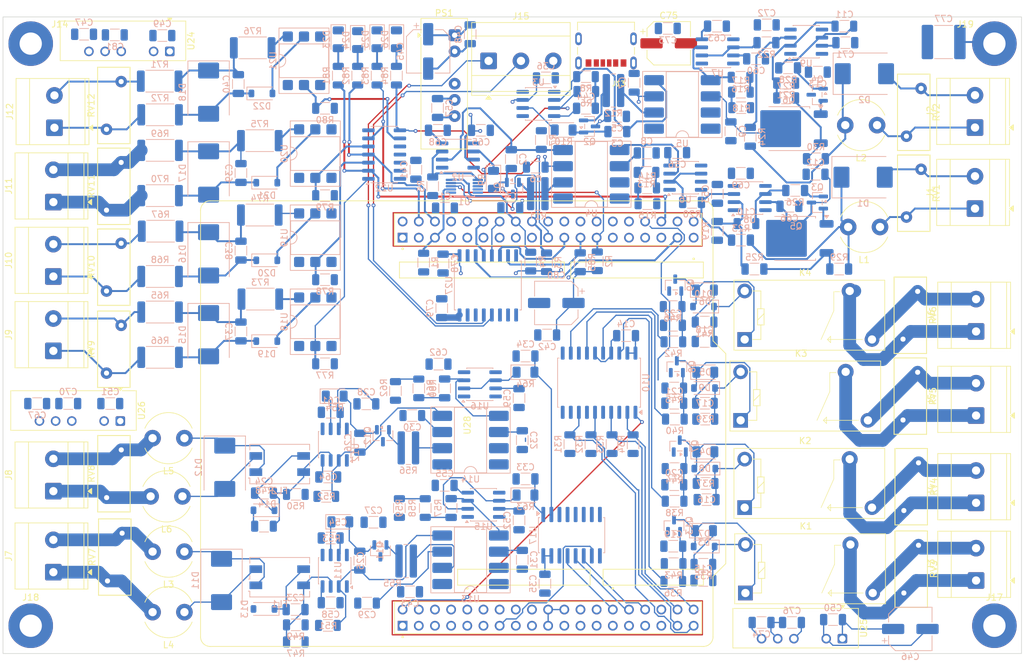
<source format=kicad_pcb>
(kicad_pcb (version 20241229) (generator "pcbnew") (generator_version "9.0")
  (layers (0 "F.Cu" signal "Signal1") (4 "In1.Cu" power "E5V") (6 "In2.Cu" power "GNDD") (2 "B.Cu" signal "Signal2") (13 "F.Paste" user) (15 "B.Paste" user) (5 "F.SilkS" user "F.Silkscreen") (7 "B.SilkS" user "B.Silkscreen") (1 "F.Mask" user) (3 "B.Mask" user) (25 "Edge.Cuts" user))
  (net 0 "")
  (net 1 "GNDD")
  (net 2 "E5V")
  (net 3 "Net-(U2--)")
  (net 4 "Net-(Q1-B)")
  (net 5 "Net-(U3--)")
  (net 6 "Net-(Q2-B)")
  (net 7 "+12V")
  (net 8 "+12VA")
  (net 9 "GND3")
  (net 10 "Net-(U8--)")
  (net 11 "Net-(C10-Pad1)")
  (net 12 "Net-(C11-Pad1)")
  (net 13 "Net-(U9--)")
  (net 14 "+3.3V")
  (net 15 "Net-(Q13-G)")
  (net 16 "Net-(Q7-G)")
  (net 17 "Net-(Q8-G)")
  (net 18 "Net-(Q9-G)")
  (net 19 "Net-(D13-K)")
  (net 20 "Net-(U11-+)")
  (net 21 "Net-(D14-K)")
  (net 22 "Net-(U12-+)")
  (net 23 "Net-(Q11-B)")
  (net 24 "Net-(U11--)")
  (net 25 "Net-(U12--)")
  (net 26 "Net-(Q12-B)")
  (net 27 "GND2")
  (net 28 "+12VA2")
  (net 29 "Net-(U17-CH0)")
  (net 30 "Net-(U17-CH1)")
  (net 31 "Net-(D15-A1)")
  (net 32 "Net-(D15-A2)")
  (net 33 "Net-(D16-A1)")
  (net 34 "Net-(D16-A2)")
  (net 35 "Net-(D17-A1)")
  (net 36 "Net-(D17-A2)")
  (net 37 "Net-(D18-A2)")
  (net 38 "Net-(D18-A1)")
  (net 39 "-12V")
  (net 40 "-12VA")
  (net 41 "GND")
  (net 42 "+3.3VA")
  (net 43 "-12VA2")
  (net 44 "GNDREF")
  (net 45 "Net-(D1-A1)")
  (net 46 "Net-(D2-A1)")
  (net 47 "Net-(D3-K)")
  (net 48 "Net-(D3-A)")
  (net 49 "Net-(D4-K)")
  (net 50 "Net-(D4-A)")
  (net 51 "Net-(D5-K)")
  (net 52 "Net-(D5-A)")
  (net 53 "Net-(D6-A)")
  (net 54 "Net-(D10-A)")
  (net 55 "Net-(D11-A2)")
  (net 56 "Net-(D11-A1)")
  (net 57 "Net-(D12-A1)")
  (net 58 "Net-(D12-A2)")
  (net 59 "Net-(D19-A)")
  (net 60 "Net-(D20-A)")
  (net 61 "Net-(D21-A)")
  (net 62 "Net-(D22-A)")
  (net 63 "Net-(D23-A)")
  (net 64 "Net-(D24-A)")
  (net 65 "Net-(D25-A)")
  (net 66 "Net-(D26-A)")
  (net 67 "Net-(J1-Pin_1)")
  (net 68 "Net-(J2-Pin_1)")
  (net 69 "Net-(J3-Pin_2)")
  (net 70 "Net-(J3-Pin_1)")
  (net 71 "Net-(J4-Pin_2)")
  (net 72 "Net-(J4-Pin_1)")
  (net 73 "Net-(J5-Pin_1)")
  (net 74 "Net-(J5-Pin_2)")
  (net 75 "Net-(J6-Pin_2)")
  (net 76 "Net-(J6-Pin_1)")
  (net 77 "Net-(J7-Pin_2)")
  (net 78 "Net-(J7-Pin_1)")
  (net 79 "Net-(J8-Pin_1)")
  (net 80 "Net-(J8-Pin_2)")
  (net 81 "Net-(J9-Pin_1)")
  (net 82 "Net-(J9-Pin_2)")
  (net 83 "Net-(J10-Pin_2)")
  (net 84 "Net-(J10-Pin_1)")
  (net 85 "Net-(J11-Pin_2)")
  (net 86 "Net-(J11-Pin_1)")
  (net 87 "Net-(J12-Pin_1)")
  (net 88 "Net-(J12-Pin_2)")
  (net 93 "Net-(J15-Pin_2)")
  (net 94 "Net-(J15-Pin_1)")
  (net 98 "Net-(Q1-E)")
  (net 99 "Net-(Q2-E)")
  (net 100 "Net-(Q3-E)")
  (net 101 "Net-(Q3-B)")
  (net 102 "Net-(Q4-B)")
  (net 103 "Net-(Q4-E)")
  (net 104 "Net-(Q5-E)")
  (net 105 "Net-(Q6-E)")
  (net 106 "Net-(Q11-E)")
  (net 107 "Net-(Q12-E)")
  (net 108 "SCL")
  (net 109 "SDA")
  (net 110 "DAC_~{LDAC}")
  (net 111 "DAC_RDY{slash}~{BSY}")
  (net 112 "DAC_out_1")
  (net 113 "DAC_out_2")
  (net 114 "Net-(R9-Pad1)")
  (net 115 "Net-(R10-Pad1)")
  (net 116 "Net-(R11-Pad2)")
  (net 117 "Net-(R12-Pad2)")
  (net 118 "Net-(R13-Pad2)")
  (net 119 "Net-(U6-+)")
  (net 120 "Net-(R14-Pad2)")
  (net 121 "Net-(R16-Pad2)")
  (net 122 "Net-(U7-+)")
  (net 123 "Net-(R17-Pad2)")
  (net 124 "Net-(U6--)")
  (net 125 "Net-(U8-+)")
  (net 126 "Net-(U7--)")
  (net 127 "Net-(U9-+)")
  (net 128 "DO_4")
  (net 129 "DO_3")
  (net 130 "DO_2")
  (net 131 "DO_1")
  (net 132 "DO1")
  (net 133 "DO2")
  (net 134 "DO3")
  (net 135 "DO4")
  (net 136 "Net-(R53-Pad1)")
  (net 137 "Net-(R54-Pad1)")
  (net 138 "Net-(R55-Pad2)")
  (net 139 "Net-(R56-Pad2)")
  (net 140 "Net-(U15-+)")
  (net 141 "Net-(R57-Pad2)")
  (net 142 "Net-(R58-Pad2)")
  (net 143 "Net-(R60-Pad2)")
  (net 144 "Net-(U16-+)")
  (net 145 "Net-(R61-Pad2)")
  (net 146 "ADC_CH0")
  (net 147 "ADC_CH1")
  (net 148 "Net-(R73-Pad1)")
  (net 149 "Net-(R74-Pad1)")
  (net 150 "Net-(R75-Pad1)")
  (net 151 "Net-(R76-Pad1)")
  (net 152 "Net-(R77-Pad1)")
  (net 153 "Net-(R78-Pad1)")
  (net 154 "Net-(R79-Pad1)")
  (net 155 "Net-(R80-Pad1)")
  (net 156 "DI_1")
  (net 157 "DI_2")
  (net 158 "DI_3")
  (net 159 "DI_4")
  (net 160 "PV")
  (net 189 "DO_OE")
  (net 210 "ADC_SPI_DIN")
  (net 211 "ADC_SPI_CLK")
  (net 214 "ADC_SPI_DOUT")
  (net 215 "ADC_SPI_~{CS}{slash}SHDN")
  (net 228 "UART1_TX")
  (net 229 "DE")
  (net 231 "~{RE}")
  (net 232 "UART1_RX")
  (footprint "TerminalBlock_Phoenix:TerminalBlock_Phoenix_MKDS-3-2-5.08_1x02_P5.08mm_Horizontal" (layer "F.Cu") (at 57.912 127.222 90)
    (property "Reference" "J7")
    (property "Value" "Screw_Terminal_01x02")
  )
  (footprint "Inductor_THT:L_Radial_D7.8mm_P5.00mm_Fastron_07HCP" (layer "F.Cu") (at 78.5 133.5 180)
    (property "Reference" "L4")
    (property "Value" "0.47 mH")
  )
  (footprint "TerminalBlock_Phoenix:TerminalBlock_Phoenix_MKDS-3-2-5.08_1x02_P5.08mm_Horizontal" (layer "F.Cu") (at 57.912 80.777 90)
    (property "Reference" "J10")
    (property "Value" "Screw_Terminal_01x02")
  )
  (footprint "Varistor:RV_Disc_D12mm_W5.1mm_P7.5mm" (layer "F.Cu") (at 68.5616 88.452 -90)
    (property "Reference" "RV9")
    (property "Value" "S10K30")
  )
  (footprint "TerminalBlock_Phoenix:TerminalBlock_Phoenix_MKDS-3-2-5.08_1x02_P5.08mm_Horizontal" (layer "F.Cu") (at 202.8595 89.408 90)
    (property "Reference" "J6")
    (property "Value" "Screw_Terminal_01x02")
  )
  (footprint "Project:1461267-1" (layer "F.Cu") (at 166.624 130.495)
    (property "Reference" "K1")
    (property "Value" "SDT-S-103DMR,000")
  )
  (footprint "TerminalBlock_Phoenix:TerminalBlock_Phoenix_MKDS-3-2-5.08_1x02_P5.08mm_Horizontal" (layer "F.Cu") (at 202.692 57.376 90)
    (property "Reference" "J2")
    (property "Value" "Screw_Terminal_01x02")
  )
  (footprint "TerminalBlock_Phoenix:TerminalBlock_Phoenix_MKDS-3-2-5.08_1x02_P5.08mm_Horizontal" (layer "F.Cu") (at 57.912 114.494 90)
    (property "Reference" "J8")
    (property "Value" "Screw_Terminal_01x02")
  )
  (footprint "Project:1461267-1" (layer "F.Cu") (at 166.509 117.084)
    (property "Reference" "K2")
    (property "Value" "SDT-S-103DMR,000")
  )
  (footprint "Project:1461267-1" (layer "F.Cu") (at 166.509 90.668)
    (property "Reference" "K4")
    (property "Value" "SDT-S-103DMR,000")
  )
  (footprint "Converter_DCDC:Converter_DCDC_XP_POWER-IAxxxxS_THT" (layer "F.Cu") (at 120.9548 42.8752)
    (property "Reference" "PS1")
    (property "Value" "IA0503S")
  )
  (footprint "Capacitor_SMD:CP_Elec_6.3x7.7" (layer "F.Cu") (at 154.5768 44.1452)
    (property "Reference" "C75")
    (property "Value" "100u")
  )
  (footprint "Varistor:RV_Disc_D12mm_W5.1mm_P7.5mm" (layer "F.Cu") (at 68.5616 62.858 -90)
    (property "Reference" "RV11")
    (property "Value" "S10K30")
  )
  (footprint "Varistor:RV_Disc_D12mm_W5.1mm_P7.5mm" (layer "F.Cu") (at 68.714 121.098 -90)
    (property "Reference" "RV7")
    (property "Value" "S10K30")
  )
  (footprint "Varistor:RV_Disc_D12mm_W5.1mm_P7.5mm" (layer "F.Cu") (at 191.516 117.542 90)
    (property "Reference" "RV4")
    (property "Value" "S10K30")
  )
  (footprint "Varistor:RV_Disc_D12mm_W5.1mm_P7.5mm" (layer "F.Cu") (at 68.5616 50.158 -90)
    (property "Reference" "RV12")
    (property "Value" "S10K30")
  )
  (footprint "TerminalBlock_Phoenix:TerminalBlock_Phoenix_MKDS-3-2-5.08_1x02_P5.08mm_Horizontal" (layer "F.Cu") (at 57.912 69.088 90)
    (property "Reference" "J11")
    (property "Value" "Screw_Terminal_01x02")
  )
  (footprint "Converter_DCDC:Converter_DCDC_TRACO_TBA1-xxxxE_Dual_THT" (layer "F.Cu") (at 68.4276 103.4796 -90)
    (property "Reference" "U26")
    (property "Value" "TBA1-0522E")
  )
  (footprint "Converter_DCDC:Converter_DCDC_TRACO_TBA1-xxxxE_Dual_THT" (layer "F.Cu") (at 181.8622 137.668 -90)
    (property "Reference" "U25")
    (property "Value" "TBA1-0522E")
  )
  (footprint "Varistor:RV_Disc_D12mm_W5.1mm_P7.5mm" (layer "F.Cu") (at 191.919513 71.437005 90)
    (property "Reference" "RV1")
    (property "Value" "S10K30")
  )
  (footprint "Varistor:RV_Disc_D12mm_W5.1mm_P7.5mm" (layer "F.Cu") (at 191.919513 58.737005 90)
    (property "Reference" "RV2")
    (property "Value" "S10K30")
  )
  (footprint "Varistor:RV_Disc_D12mm_W5.1mm_P7.5mm" (layer "F.Cu") (at 191.382 90.618 90)
    (property "Reference" "RV6")
    (property "Value" "S10K30")
  )
  (footprint "TerminalBlock_Phoenix:TerminalBlock_Phoenix_MKDS-3-2-5.08_1x02_P5.08mm_Horizontal" (layer "F.Cu") (at 58.0795 57.409 90)
    (property "Reference" "J12")
    (property "Value" "Screw_Terminal_01x02")
  )
  (footprint "UJC-HP-3-SMT-TR:CUI_UJC-HP-3-SMT-TR" (layer "F.Cu") (at 144.7272 47.234 180)
    (property "Reference" "J13")
    (property "Value" "USB_C_Receptacle_PowerOnly_6P")
  )
  (footprint "MountingHole:MountingHole_3.5mm_Pad" (layer "F.Cu") (at 54.356 44.196)
    (property "Reference" "J14")
    (property "Value" "Conn_01x01")
  )
  (footprint "Inductor_THT:L_Radial_D7.8mm_P5.00mm_Fastron_07HCP" (layer "F.Cu") (at 78.192 115.316 180)
    (property "Reference" "L6")
    (property "Value" "0.47 mH")
  )
  (footprint "Project:1461267-1" (layer "F.Cu") (at 165.872 103.368)
    (property "Reference" "K3")
    (property "Value" "SDT-S-103DMR,000")
  )
  (footprint "Inductor_THT:L_Radial_D7.8mm_P5.00mm_Fastron_07HCP" (layer "F.Cu") (at 187.7676 72.9996 180)
    (property "Reference" "L1")
    (property "Value" "0.47 mH")
  )
  (footprint "TerminalBlock_Phoenix:TerminalBlock_Phoenix_MKDS-3-2-5.08_1x02_P5.08mm_Horizontal" (layer "F.Cu") (at 202.692 70.104 90)
    (property "Reference" "J1")
    (property "Value" "Screw_Terminal_01x02")
  )
  (footprint "MountingHole:MountingHole_3.5mm_Pad" (layer "F.Cu") (at 205.74 135.636)
    (property "Reference" "J17")
    (property "Value" "Conn_01x01")
  )
  (footprint "TerminalBlock_Phoenix:TerminalBlock_Phoenix_MKDS-3-2-5.08_1x02_P5.08mm_Horizontal" (layer "F.Cu") (at 202.8595 102.616 90)
    (property "Reference" "J5")
    (property "Value" "Screw_Terminal_01x02")
  )
  (footprint "Varistor:RV_Disc_D12mm_W5.1mm_P7.5mm" (layer "F.Cu") (at 191.516 130.495 90)
    (property "Reference" "RV3")
    (property "Value" "S10K30")
  )
  (footprint "TerminalBlock_Phoenix:TerminalBlock_Phoenix_MKDS-3-3-5.08_1x03_P5.08mm_Horizontal" (layer "F.Cu") (at 126.2838 46.9035)
    (property "Reference" "J15")
    (property "Value" "Screw_Terminal_01x03")
  )
  (footprint "Varistor:RV_Disc_D12mm_W5.1mm_P7.5mm" (layer "F.Cu") (at 68.58 108.01 -90)
    (property "Reference" "RV8")
    (property "Value" "S10K30")
  )
  (footprint "MountingHole:MountingHole_3.5mm_Pad" (layer "F.Cu") (at 54.356 135.636)
    (property "Reference" "J18")
    (property "Value" "Conn_01x01")
  )
  (footprint "TerminalBlock_Phoenix:TerminalBlock_Phoenix_MKDS-3-2-5.08_1x02_P5.08mm_Horizontal" (layer "F.Cu") (at 57.912 92.456 90)
    (property "Reference" "J9")
    (property "Value" "Screw_Terminal_01x02")
  )
  (footprint "NUCLEO-F303RE:ST_NUCLEO-F303RE" (layer "F.Cu") (at 122.286 103.886 90)
    (property "Reference" "U28")
    (property "Value" "NUCLEO-L152RE")
  )
  (footprint "Converter_DCDC:Converter_DCDC_TRACO_TBA1-xxxxE_Dual_THT" (layer "F.Cu") (at 76.2 45.4152 -90)
    (property "Reference" "U24")
    (property "Value" "TBA1-0522E")
  )
  (footprint "MountingHole:MountingHole_3.5mm_Pad" (layer "F.Cu") (at 205.74 44.196)
    (property "Reference" "J19")
    (property "Value" "Conn_01x01")
  )
  (footprint "Inductor_THT:L_Radial_D7.8mm_P5.00mm_Fastron_07HCP" (layer "F.Cu") (at 78.5 124 180)
    (property "Reference" "L3")
    (property "Value" "0.47 mH")
  )
  (footprint "TerminalBlock_Phoenix:TerminalBlock_Phoenix_MKDS-3-2-5.08_1x02_P5.08mm_Horizontal" (layer "F.Cu") (at 202.8595 128.529 90)
    (property "Reference" "J3")
    (property "Value" "Screw_Terminal_01x02")
  )
  (footprint "Inductor_THT:L_Radial_D7.8mm_P5.00mm_Fastron_07HCP" (layer "F.Cu") (at 187.3104 56.9976 180)
    (property "Reference" "L2")
    (property "Value" "0.47 mH")
  )
  (footprint "Inductor_THT:L_Radial_D7.8mm_P5.00mm_Fastron_07HCP" (layer "F.Cu") (at 78.5 106.172 180)
    (property "Reference" "L5")
    (property "Value" "0.47 mH")
  )
  (footprint "TerminalBlock_Phoenix:TerminalBlock_Phoenix_MKDS-3-2-5.08_1x02_P5.08mm_Horizontal" (layer "F.Cu") (at 202.8595 116.332 90)
    (property "Reference" "J4")
    (property "Value" "Screw_Terminal_01x02")
  )
  (footprint "Varistor:RV_Disc_D12mm_W5.1mm_P7.5mm" (layer "F.Cu") (at 68.5616 75.558 -90)
    (property "Reference" "RV10")
    (property "Value" "S10K30")
  )
  (footprint "Varistor:RV_Disc_D12mm_W5.1mm_P7.5mm" (layer "F.Cu") (at 191.382 103.318 90)
    (property "Reference" "RV5")
    (property "Value" "S10K30")
  )
  (footprint "Diode_SMD:D_1206_3216Metric" (layer "B.Cu") (at 102.6668 43.5132 -90)
    (property "Reference" "D23")
    (property "Value" "Green LED 3mm")
  )
  (footprint "Capacitor_SMD:C_1206_3216Metric" (layer "B.Cu") (at 162.1536 41.4528)
    (property "Reference" "C63")
    (property "Value" "100n")
  )
  (footprint "Resistor_SMD:R_1020_2550Metric" (layer "B.Cu") (at 113.683 107.696)
    (property "Reference" "R56")
    (property "Value" "330R")
  )
  (footprint "Resistor_SMD:R_1206_3216Metric" (layer "B.Cu") (at 116.332 117.146 90)
    (property "Reference" "R58")
    (property "Value" "5k6")
  )
  (footprint "Resistor_SMD:R_1206_3216Metric" (layer "B.Cu") (at 160.2125 87.9348)
    (property "Reference" "R41")
    (property "Value" "220")
  )
  (footprint "Resistor_SMD:R_1206_3216Metric" (layer "B.Cu") (at 111.651 98.754 -90)
    (property "Reference" "R62")
    (property "Value" "0")
  )
  (footprint "Capacitor_SMD:C_1206_3216Metric" (layer "B.Cu") (at 132.08 112.574 180)
    (property "Reference" "C33")
    (property "Value" "100n")
  )
  (footprint "Resistor_SMD:R_1020_2550Metric" (layer "B.Cu") (at 134.0104 67.7672)
    (property "Reference" "R11")
    (property "Value" "330R")
  )
  (footprint "Capacitor_SMD:C_1206_3216Metric" (layer "B.Cu") (at 87.376 64.516 -90)
    (property "Reference" "C39")
    (property "Value" "100n")
  )
  (footprint "Capacitor_SMD:C_1206_3216Metric" (layer "B.Cu") (at 60.2488 100.7364 180)
    (property "Reference" "C70")
    (property "Value" "100n")
  )
  (footprint "Resistor_SMD:R_2512_6332Metric" (layer "B.Cu") (at 90.3385 71.12 180)
    (property "Reference" "R74")
    (property "Value" "2000")
  )
  (footprint "Diode_SMD:D_SOD-123" (layer "B.Cu") (at 160.1988 98.298 180)
    (property "Reference" "D9")
    (property "Value" "1N4007 SMD")
  )
  (footprint "Diode_SMD:D_SOD-123" (layer "B.Cu") (at 91.44 78.232)
    (property "Reference" "D20")
    (property "Value" "1N4007 SMD")
  )
  (footprint "Resistor_SMD:R_1206_3216Metric" (layer "B.Cu") (at 100.584 54.356)
    (property "Reference" "R80")
    (property "Value" "270")
  )
  (footprint "Package_DIP:DIP-6_W7.62mm_SMDSocket_SmallPads" (layer "B.Cu") (at 99.06 74.676 -90)
    (property "Reference" "U19")
    (property "Value" "CNY173SR2VM")
  )
  (footprint "Capacitor_SMD:C_1206_3216Metric" (layer "B.Cu") (at 146.5054 58.0136)
    (property "Reference" "C3")
    (property "Value" "100p")
  )
  (footprint "Resistor_SMD:R_1206_3216Metric" (layer "B.Cu") (at 101.0412 135.5852 180)
    (property "Reference" "R51")
    (property "Value" "100k")
  )
  (footprint "Resistor_SMD:R_1206_3216Metric" (layer "B.Cu") (at 166.7906 72.4662 180)
    (property "Reference" "C10")
    (property "Value" "100n")
  )
  (footprint "Capacitor_SMD:C_1206_3216Metric" (layer "B.Cu") (at 173.9374 135.128 180)
    (property "Reference" "C76")
    (property "Value" "100n")
  )
  (footprint "Capacitor_SMD:C_1206_3216Metric" (layer "B.Cu") (at 113.9444 130.302)
    (property "Reference" "C43")
    (property "Value" "100n")
  )
  (footprint "Resistor_SMD:R_2512_6332Metric" (layer "B.Cu") (at 74.676 68.072 180)
    (property "Reference" "R70")
    (property "Value" "30")
  )
  (footprint "Package_DIP:DIP-8_W8.89mm_SMDSocket_LongPads" (layer "B.Cu") (at 123.444 125.274)
    (property "Reference" "U13")
    (property "Value" "IL300-DEFG-X007T")
  )
  (footprint "Resistor_SMD:R_1206_3216Metric" (layer "B.Cu") (at 165.862 49.4792)
    (property "Reference" "R16")
    (property "Value" "33k")
  )
  (footprint "Resistor_SMD:R_2512_6332Metric" (layer "B.Cu") (at 74.6091 50.0888 180)
    (property "Reference" "R71")
    (property "Value" "30")
  )
  (footprint "Capacitor_SMD:C_1206_3216Metric" (layer "B.Cu") (at 181.356 79.6036 180)
    (property "Reference" "R29")
    (property "Value" "150")
  )
  (footprint "Capacitor_SMD:C_1206_3216Metric" (layer "B.Cu") (at 67.564 42.8244)
    (property "Reference" "C81")
    (property "Value" "100n")
  )
  (footprint "Resistor_SMD:R_2512_6332Metric" (layer "B.Cu") (at 74.676 60.96 180)
    (property "Reference" "R69")
    (property "Value" "30")
  )
  (footprint "Diode_SMD:D_1206_3216Metric" (layer "B.Cu") (at 105.7148 43.6372 -90)
    (property "Reference" "D24")
    (property "Value" "Green LED 3mm")
  )
  (footprint "Diode_SMD:D_SOD-123" (layer "B.Cu") (at 91 133 180)
    (property "Reference" "D13")
    (property "Value" "1N4007 SMD")
  )
  (footprint "Capacitor_SMD:C_1206_3216Metric" (layer "B.Cu") (at 95.963 133.096 180)
    (property "Reference" "C23")
    (property "Value" "100n")
  )
  (footprint "Package_DIP:DIP-8_W8.89mm_SMDSocket_LongPads" (layer "B.Cu") (at 142.4178 64.7192)
    (property "Reference" "U4")
    (property "Value" "IL300-DEFG-X007T")
  )
  (footprint "Capacitor_SMD:C_1206_3216Metric" (layer "B.Cu") (at 164.338 57.9628 90)
    (property "Reference" "C9")
    (property "Value" "100n")
  )
  (footprint "Resistor_SMD:R_1206_3216Metric" (layer "B.Cu") (at 155.3464 125.8824)
    (property "Reference" "R43")
    (property "Value" "10k")
  )
  (footprint "Resistor_SMD:R_2512_6332Metric" (layer "B.Cu") (at 74.7615 73.66 180)
    (property "Reference" "R67")
    (property "Value" "30")
  )
  (footprint "Resistor_SMD:R_1206_3216Metric" (layer "B.Cu") (at 102.6668 49.2252 -90)
    (property "Reference" "R81")
    (property "Value" "220")
  )
  (footprint "Resistor_SMD:R_1206_3216Metric" (layer "B.Cu") (at 142.359 107.11 -90)
    (property "Reference" "R32")
    (property "Value" "10k")
  )
  (footprint "Capacitor_SMD:C_1206_3216Metric" (layer "B.Cu") (at 131.064 99.874 -90)
    (property "Reference" "C59")
    (property "Value" "100n")
  )
  (footprint "Capacitor_SMD:C_1206_3216Metric" (layer "B.Cu") (at 129.6906 70.0024 180)
    (property "Reference" "C4")
    (property "Value" "100n")
  )
  (footprint "Capacitor_SMD:C_1206_3216Metric" (layer "B.Cu") (at 169.9768 41.2496 180)
    (property "Reference" "C72")
    (property "Value" "100n")
  )
  (footprint "Capacitor_SMD:C_1206_3216Metric" (layer "B.Cu") (at 147.8788 90.0684 180)
    (property "Reference" "C14")
    (property "Value" "100n")
  )
  (footprint "Package_TO_SOT_SMD:SOT-23" (layer "B.Cu") (at 155.8544 94.9452 90)
    (property "Reference" "Q8")
    (property "Value" "AO3400A")
  )
  (footprint "Diode_SMD:D_SOD-123" (layer "B.Cu") (at 90.678 52.0192)
    (property "Reference" "D22")
    (property "Value" "1N4007 SMD")
  )
  (footprint "Capacitor_SMD:C_1206_3216Metric" (layer "B.Cu") (at 101.488518 102.108 180)
    (property "Reference" "C61")
    (property "Value" "100n")
  )
  (footprint "Package_SO:MSOP-10_3x3mm_P0.5mm" (layer "B.Cu") (at 122.4788 66.5988)
    (property "Reference" "U1")
    (property "Value" "MCP4728")
  )
  (footprint "Capacitor_SMD:C_1206_3216Metric" (layer "B.Cu") (at 165.9128 64.5668)
    (property "Reference" "C69")
    (property "Value" "100n")
  )
  (footprint "Resistor_SMD:R_1206_3216Metric" (layer "B.Cu") (at 134.5692 59.3344 90)
    (property "Reference" "R7")
    (property "Value" "100k")
  )
  (footprint "Diode_SMD:D_1206_3216Metric" (layer "B.Cu") (at 102.997 119.315)
    (property "Reference" "R53")
    (property "Value" "1k")
  )
  (footprint "Diode_SMD:D_1206_3216Metric" (layer "B.Cu") (at 160.274 82.9056)
    (property "Reference" "D6")
    (property "Value" "Green LED 3mm")
  )
  (footprint "Capacitor_SMD:C_1206_3216Metric" (layer "B.Cu") (at 119.126 78.7418 90)
    (property "Reference" "C78")
    (property "Value" "100n")
  )
  (footprint "Resistor_SMD:R_1206_3216Metric" (layer "B.Cu") (at 100.584 94.488)
    (property "Reference" "R77")
    (property "Value" "270")
  )
  (footprint "Capacitor_SMD:C_1206_3216Metric" (layer "B.Cu") (at 155.4498 113.4872 180)
    (property "Reference" "C20")
    (property "Value" "100n")
  )
  (footprint "Capacitor_SMD:C_1206_3216Metric" (layer "B.Cu") (at 66.8528 100.7364 180)
    (property "Reference" "C51")
    (property "Value" "100n")
  )
  (footprint "Package_TO_SOT_SMD:SOT-23" (layer "B.Cu") (at 177.9016 52.2224 180)
    (property "Reference" "Q4")
    (property "Value" "BC847")
  )
  (footprint "Package_TO_SOT_SMD:SOT-23" (layer "B.Cu") (at 109.286 123.8735 -90)
    (property "Reference" "Q11")
    (property "Value" "BC847")
  )
  (footprint "Capacitor_SMD:C_1206_3216Metric" (layer "B.Cu") (at 155.2956 123.1392 180)
    (property "Reference" "C19")
    (property "Value" "100n")
  )
  (footprint "Diode_SMD:D_1206_3216Metric" (layer "B.Cu") (at 132.08 95.81)
    (property "Reference" "R64")
    (property "Value" "1k")
  )
  (footprint "Capacitor_SMD:C_1206_3216Metric" (layer "B.Cu") (at 106.045 125.411 -90)
    (property "Reference" "C25")
    (property "Value" "100p")
  )
  (footprint "Resistor_SMD:R_2512_6332Metric" (layer "B.Cu") (at 74.676 80.772 180)
    (property "Reference" "R68")
    (property "Value" "30")
  )
  (footprint "Diode_SMD:D_SMC" (layer "B.Cu") (at 82.296 77.216 -90)
    (property "Reference" "D16")
    (property "Value" "SMCJ30A")
  )
  (footprint "Diode_SMD:D_SMC" (layer "B.Cu") (at 185.3184 48.9204)
    (property "Reference" "D2")
    (property "Value" "SMCJ30A")
  )
  (footprint "Resistor_SMD:R_1206_3216Metric" (layer "B.Cu") (at 145.669 107.11 -90)
    (property "Reference" "R33")
    (property "Value" "10k")
  )
  (footprint "Capacitor_SMD:C_1206_3216Metric" (layer "B.Cu") (at 174.4454 67.2592)
    (property "Reference" "R26")
    (property "Value" "100")
  )
  (footprint "Capacitor_SMD:C_1206_3216Metric" (layer "B.Cu") (at 169.926 44.0436)
    (property "Reference" "R22")
    (property "Value" "150k")
  )
  (footprint "Package_DIP:DIP-8_W8.89mm_SMDSocket_LongPads" (layer "B.Cu") (at 156.718 53.7464)
    (property "Reference" "U5")
    (property "Value" "IL300-DEFG-X007T")
  )
  (footprint "Resistor_SMD:R_2512_6332Metric" (layer "B.Cu") (at 74.676 55.372 180)
    (property "Reference" "R72")
    (property "Value" "30")
  )
  (footprint "Package_DIP:DIP-6_W7.62mm_SMDSocket_SmallPads" (layer "B.Cu") (at 99.06 61.468 -90)
    (property "Reference" "U20")
    (property "Value" "CNY173SR2VM")
  )
  (footprint "Resistor_SMD:R_1206_3216Metric" (layer "B.Cu") (at 133.6949 63.6016)
    (property "Reference" "C6")
    (property "Value" "100n")
  )
  (footprint "Capacitor_SMD:C_1206_3216Metric" (layer "B.Cu") (at 160.02 128.524 180)
    (property "Reference" "C15")
    (property "Value" "100n")
  )
  (footprint "Resistor_SMD:R_1206_3216Metric" (layer "B.Cu") (at 115.316 98.35 90)
    (property "Reference" "R61")
    (property "Value" "5k6")
  )
  (footprint "Package_SO:SOIC-8_3.9x4.9mm_P1.27mm" (layer "B.Cu") (at 102.108 107.188 90)
    (property "Reference" "U12")
    (property "Value" "TL071")
  )
  (footprint "Package_TO_SOT_SMD:TO-252-2" (layer "B.Cu") (at 173.4204 57.5504 180)
    (property "Reference" "Q6")
    (property "Value" "2SCR587D3")
  )
  (footprint "Diode_SMD:D_SOD-123" (layer "B.Cu") (at 91 117.5 180)
    (property "Reference" "D14")
    (property "Value" "1N4007 SMD")
  )
  (footprint "Diode_SMD:D_SMC" (layer "B.Cu") (at 84.328 128.524 -90)
    (property "Reference" "D11")
    (property "Value" "SMCJ30A")
  )
  (footprint "Resistor_SMD:R_2512_6332Metric" (layer "B.Cu") (at 90.3385 59.436 180)
    (property "Reference" "R75")
    (property "Value" "2000")
  )
  (footprint "Capacitor_SMD:C_1206_3216Metric" (layer "B.Cu") (at 131.572 125.274 90)
    (property "Reference" "C31")
    (property "Value" "100n")
  )
  (footprint "Resistor_SMD:R_1020_2550Metric" (layer "B.Cu") (at 113.3348 125.476)
    (property "Reference" "R55")
    (property "Value" "330R")
  )
  (footprint "Capacitor_SMD:C_1206_3216Metric" (layer "B.Cu") (at 177.6984 62.2808 180)
    (property "Reference" "R30")
    (property "Value" "150")
  )
  (footprint "Package_SO:SOIC-8_3.9x4.9mm_P1.27mm" (layer "B.Cu") (at 125.476 116.638)
    (property "Reference" "U15")
    (property "Value" "TL071")
  )
  (footprint "Diode_SMD:D_1206_3216Metric" (layer "B.Cu") (at 160.1216 120.7008)
    (property "Reference" "D3")
    (property "Value" "Green LED 3mm")
  )
  (footprint "Package_SO:SOIC-8_3.9x4.9mm_P1.27mm" (layer "B.Cu") (at 167.2986 68.453)
    (property "Reference" "U8")
    (property "Value" "TL071")
  )
  (footprint "Capacitor_SMD:C_1206_3216Metric" (layer "B.Cu") (at 160.225 90.9828 180)
    (property "Reference" "C18")
    (property "Value" "100n")
  )
  (footprint "Capacitor_SMD:C_1206_3216Metric" (layer "B.Cu") (at 135.128 129.032 -90)
    (property "Reference" "C35")
    (property "Value" "100n")
  )
  (footprint "Capacitor_SMD:C_1206_3216Metric" (layer "B.Cu") (at 118.2624 54.3052 90)
    (property "Reference" "C57")
    (property "Value" "100n")
  )
  (footprint "Resistor_SMD:R_1206_3216Metric" (layer "B.Cu") (at 155.4988 116.078)
    (property "Reference" "R38")
    (property "Value" "180")
  )
  (footprint "Capacitor_SMD:C_1206_3216Metric" (layer "B.Cu") (at 131.572 106.478 90)
    (property "Reference" "C32")
    (property "Value" "100n")
  )
  (footprint "Resistor_SMD:R_2512_6332Metric" (layer "B.Cu") (at 90.424 84.328 180)
    (property "Reference" "R73")
    (property "Value" "2000")
  )
  (footprint "Resistor_SMD:R_1206_3216Metric" (layer "B.Cu") (at 114.3 102.616)
    (property "Reference" "C30")
    (property "Value" "100n")
  )
  (footprint "Capacitor_SMD:C_1206_3216Metric" (layer "B.Cu") (at 119.38 98.35 -90)
    (property "Reference" "R60")
    (property "Value" "47k")
  )
  (footprint "Capacitor_SMD:CP_Elec_6.3x7.7" (layer "B.Cu") (at 136.9208 84.932 180)
    (property "Reference" "C80")
    (property "Value" "100u")
  )
  (footprint "Resistor_SMD:R_2512_6332Metric" (layer "B.Cu") (at 89.2209 44.8564 180)
    (property "Reference" "R76")
    (property "Value" "2000")
  )
  (footprint "Capacitor_SMD:CP_Elec_6.3x7.7" (layer "B.Cu") (at 192.532 136.144)
    (property "Reference" "C46")
    (property "Value" "100u")
  )
  (footprint "Capacitor_SMD:C_1206_3216Metric" (layer "B.Cu") (at 168.3004 46.5836)
    (property "Reference" "C60")
    (property "Value" "100n")
  )
  (footprint "Capacitor_SMD:C_1206_3216Metric" (layer "B.Cu") (at 169.1622 135.128)
    (property "Reference" "C74")
    (property "Value" "100n")
  )
  (footprint "Capacitor_SMD:C_1206_3216Metric" (layer "B.Cu") (at 108.204 119.38 180)
    (property "Reference" "C27")
    (property "Value" "100n")
  )
  (footprint "Resistor_SMD:R_1206_3216Metric" (layer "B.Cu") (at 139.049 107.11 -90)
    (property "Reference" "R31")
    (property "Value" "10k")
  )
  (footprint "Diode_SMD:D_SOD-123" (layer "B.Cu") (at 160.0444 85.4964 180)
    (property "Reference" "D10")
    (property "Value" "1N4007 SMD")
  )
  (footprint "Resistor_SMD:R_1206_3216Metric" (layer "B.Cu") (at 149.1488 50.3428 -90)
    (property "Reference" "C7")
    (property "Value" "100n")
  )
  (footprint "Diode_SMD:D_1206_3216Metric" (layer "B.Cu") (at 108.7628 43.5132 -90)
    (property "Reference" "D25")
    (property "Value" "Green LED 3mm")
  )
  (footprint "Capacitor_SMD:C_1206_3216Metric" (layer "B.Cu") (at 162.2186 67.7926 -90)
    (property "Reference" "C53")
    (property "Value" "100n")
  )
  (footprint "Package_SO:SOIC-16W_5.3x10.2mm_P1.27mm" (layer "B.Cu") (at 139.319 121.412 -90)
    (property "Reference" "U17")
    (property "Value" "MCP3208T-BI/SL")
  )
  (footprint "Resistor_SMD:R_1206_3216Metric" (layer "B.Cu") (at 148.979 107.11 -90)
    (property "Reference" "R34")
    (property "Value" "10k")
  )
  (footprint "Capacitor_SMD:C_1206_3216Metric" (layer "B.Cu") (at 182.3212 44.0436)
    (property "Reference" "C71")
    (property "Value" "100n")
  )
  (footprint "Resistor_SMD:R_1206_3216Metric" (layer "B.Cu") (at 160.3649 113.284)
    (property "Reference" "R37")
    (property "Value" "220")
  )
  (footprint "Resistor_SMD:R_1020_2550Metric" (layer "B.Cu") (at 145.8976 51.562)
    (property "Reference" "R12")
    (property "Value" "330R")
  )
  (footprint "Diode_SMD:D_1206_3216Metric" (layer "B.Cu") (at 160.3472 108.3056)
    (property "Reference" "D4")
    (property "Value" "Green LED 3mm")
  )
  (footprint "Package_TO_SOT_SMD:SOT-23" (layer "B.Cu") (at 155.6004 82.1248 90)
    (property "Reference" "Q9")
    (property "Value" "AO3400A")
  )
  (footprint "Capacitor_SMD:CP_Elec_6.3x7.7" (layer "B.Cu") (at 116.7892 45.4152 -90)
    (property "Reference" "C45")
    (property "Value" "100u")
  )
  (footprint "Resistor_SMD:R_1206_3216Metric" (layer "B.Cu") (at 96 138.176)
    (property "Reference" "R47")
    (property "Value" "499R")
  )
  (footprint "Resistor_SMD:R_1206_3216Metric" (layer "B.Cu") (at 100.584 81.28)
    (property "Reference" "R78")
    (property "Value" "270")
  )
  (footprint "Package_TO_SOT_SMD:SOT-23" (layer "B.Cu") (at 155.4124 119.9157 90)
    (property "Reference" "Q13")
    (property "Value" "AO3400A")
  )
  (footprint "Resistor_SMD:R_1206_3216Metric" (layer "B.Cu") (at 100.7872 115.316 180)
    (property "Reference" "R52")
    (property "Value" "100k")
  )
  (footprint "Resistor_SMD:R_1206_3216Metric" (layer "B.Cu") (at 132.8928 78.4352 90)
    (property "Reference" "R4")
    (property "Value" "10k")
  )
  (footprint "Capacitor_SMD:C_1206_3216Metric" (layer "B.Cu") (at 87.376 89.408 -90)
    (property "Reference" "C37")
    (property "Value" "100n")
  )
  (footprint "Capacitor_SMD:C_1206_3216Metric" (layer "B.Cu") (at 141.5778 54.356 180)
    (property "Reference" "C44")
    (property "Value" "100n")
  )
  (footprint "Capacitor_SMD:C_1206_3216Metric" (layer "B.Cu") (at 173.3296 48.006)
    (property "Reference" "R28")
    (property "Value" "100")
  )
  (footprint "Package_TO_SOT_SMD:SOT-23" (layer "B.Cu") (at 142.1384 57.2008)
    (property "Reference" "Q2")
    (property "Value" "BC847")
  )
  (footprint "Package_TO_SOT_SMD:SOT-23" (layer "B.Cu") (at 177.9275 69.154 180)
    (property "Reference" "Q3")
    (property "Value" "BC847")
  )
  (footprint "Capacitor_SMD:C_1206_3216Metric" (layer "B.Cu") (at 107.079 100.786 180)
    (property "Reference" "C28")
    (property "Value" "100n")
  )
  (footprint "Capacitor_SMD:C_1206_3216Metric" (layer "B.Cu") (at 119.4308 70.0532 180)
    (property "Reference" "C1")
    (property "Value" "100n")
  )
  (footprint "Diode_SMD:D_SMC" (layer "B.Cu") (at 82.296 64.516 -90)
    (property "Reference" "D17")
    (property "Value" "SMCJ30A")
  )
  (footprint "Capacitor_SMD:C_1206_3216Metric" (layer "B.Cu") (at 131.064 119.082 -90)
    (property "Reference" "C52")
    (property "Value" "100n")
  )
  (footprint "Resistor_SMD:R_1206_3216Metric" (layer "B.Cu") (at 116.078 78.5876 90)
    (property "Reference" "R1")
    (property "Value" "10k")
  )
  (footprint "Capacitor_SMD:C_1206_3216Metric" (layer "B.Cu") (at 146.4546 55.626)
    (property "Reference" "C5")
    (property "Value" "100n")
  )
  (footprint "Package_SO:SOIC-8_3.9x4.9mm_P1.27mm" (layer "B.Cu") (at 157.1894 65.2526)
    (property "Reference" "U6")
    (property "Value" "TL071")
  )
  (footprint "Capacitor_SMD:C_1206_3216Metric" (layer "B.Cu") (at 86.9696 50.546 -90)
    (property "Reference" "C40")
    (property "Value" "100n")
  )
  (footprint "Resistor_SMD:R_1206_3216Metric" (layer "B.Cu") (at 135.382 78.5475 90)
    (property "Reference" "R3")
    (property "Value" "10k")
  )
  (footprint "Diode_SMD:D_SOD-123" (layer "B.Cu") (at 160.2496 110.9472 180)
    (property "Reference" "D8")
    (property "Value" "1N4007 SMD")
  )
  (footprint "Resistor_SMD:R_1206_3216Metric" (layer "B.Cu") (at 165.9128 51.816 180)
    (property "Reference" "R17")
    (property "Value" "33k")
  )
  (footprint "Capacitor_SMD:C_1206_3216Metric" (layer "B.Cu") (at 101.473 121.855 180)
    (property "Reference" "C54")
    (property "Value" "100n")
  )
  (footprint "Package_TO_SOT_SMD:SOT-23" (layer "B.Cu") (at 109.685 105.7875 -90)
    (property "Reference" "Q12")
    (property "Value" "BC847")
  )
  (footprint "Resistor_SMD:R_1206_3216Metric" (layer "B.Cu") (at 165.9636 54.2544)
    (property "Reference" "R18")
    (property "Value" "0")
  )
  (footprint "Resistor_SMD:R_1206_3216Metric" (layer "B.Cu") (at 108.7628 49.2252 -90)
    (property "Reference" "R83")
    (property "Value" "220")
  )
  (footprint "Resistor_SMD:R_1206_3216Metric" (layer "B.Cu") (at 151.2316 69.342)
    (property "Reference" "R15")
    (property "Value" "0")
  )
  (footprint "Capacitor_SMD:C_1206_3216Metric" (layer "B.Cu") (at 87.376 76.708 -90)
    (property "Reference" "C38")
    (property "Value" "100n")
  )
  (footprint "Resistor_SMD:R_1206_3216Metric" (layer "B.Cu") (at 111.8108 49.2252 -90)
    (property "Reference" "R84")
    (property "Value" "220")
  )
  (footprint "Capacitor_SMD:C_1206_3216Metric" (layer "B.Cu") (at 101.473 132.015)
    (property "Reference" "C58")
    (property "Value" "100n")
  )
  (footprint "Resistor_SMD:R_1206_3216Metric" (layer "B.Cu") (at 96 115)
    (property "Reference" "R50")
    (property "Value" "499R")
  )
  (footprint "Diode_SMD:D_SOD-123" (layer "B.Cu") (at 91.44 90.932)
    (property "Reference" "D19")
    (property "Value" "1N4007 SMD")
  )
  (footprint "Resistor_SMD:R_2512_6332Metric" (layer "B.Cu") (at 74.676 86.36 180)
    (property "Reference" "R65")
    (property "Value" "30")
  )
  (footprint "Capacitor_SMD:C_1206_3216Metric" (layer "B.Cu") (at 177.6458 64.7192 180)
    (property "Reference" "C12")
    (property "Value" "100n")
  )
  (footprint "Package_DIP:DIP-6_W7.62mm_SMDSocket_SmallPads" (layer "B.Cu") (at 97.282 46.8884 -90)
    (property "Reference" "U21")
    (property "Value" "CNY173SR2VM")
  )
  (footprint "Capacitor_SMD:C_1206_3216Metric" (layer "B.Cu") (at 75.0316 42.926 180)
    (property "Reference" "C49")
    (property "Value" "100n")
  )
  (footprint "Package_SO:SOIC-14_3.9x8.7mm_P1.27mm" (layer "B.Cu") (at 109.8804 61.6204)
    (property "Reference" "U22")
    (property "Value" "MM74HC14M")
  )
  (footprint "Capacitor_SMD:C_1206_3216Metric" (layer "B.Cu") (at 123.3932 42.7228 -90)
    (property "Reference" "C48")
    (property "Value" "100n")
  )
  (footprint "Package_TO_SOT_SMD:SOT-23" (layer "B.Cu") (at 156.3116 107.4143 90)
    (property "Reference" "Q7")
    (property "Value" "AO3400A")
  )
  (footprint "Capacitor_SMD:C_1206_3216Metric" (layer "B.Cu") (at 151.13 61.3664 180)
    (property "Reference" "C8")
    (property "Value" "100n")
  )
  (footprint "Capacitor_SMD:C_1206_3216Metric" (layer "B.Cu") (at 178.005 48.6664)
    (property "Reference" "C13")
    (property "Value" "100n")
  )
  (footprint "Package_SO:SOIC-8_3.9x4.9mm_P1.27mm" (layer "B.Cu") (at 162.2552 45.4152)
    (property "Reference" "U7")
    (property "Value" "TL071")
  )
  (footprint "Package_DIP:DIP-6_W7.62mm_SMDSocket_SmallPads" (layer "B.Cu") (at 99.06 87.884 -90)
    (property "Reference" "U18")
    (property "Value" "CNY173SR2VM")
  )
  (footprint "Capacitor_SMD:C_1206_3216Metric" (layer "B.Cu") (at 118.3132 57.8104)
    (property "Reference" "C68")
    (property "Value" "100n")
  )
  (footprint "Diode_SMD:D_SOD-123" (layer "B.Cu") (at 160.146 123.19 180)
    (property "Reference" "D7")
    (property "Value" "1N4007 SMD")
  )
  (footprint "Resistor_SMD:R_1206_3216Metric" (layer "B.Cu") (at 117.5004 66.5988 -90)
    (property "Reference" "R5")
    (property "Value" "100k")
  )
  (footprint "Capacitor_SMD:C_1206_3216Metric" (layer "B.Cu") (at 180.389 134.6708 180)
    (property "Reference" "C50")
    (property "Value" "100n")
  )
  (footprint "Capacitor_SMD:C_1206_3216Metric" (layer "B.Cu") (at 101.092 112.268)
    (property "Reference" "C64")
    (property "Value" "100n")
  )
  (footprint "Package_SO:SOIC-8_3.9x4.9mm_P1.27mm" (layer "B.Cu") (at 121.4628 61.7728)
    (property "Reference" "U2")
    (property "Value" "TL071")
  )
  (footprint "Diode_SMD:D_1206_3216Metric" (layer "B.Cu") (at 160.3248 95.8088)
    (property "Reference" "D5")
    (property "Value" "Green LED 3mm")
  )
  (footprint "Capacitor_SMD:C_1206_3216Metric" (layer "B.Cu") (at 155.448 100.6856 180)
    (property "Reference" "C21")
    (property "Value" "100n")
  )
  (footprint "Diode_SMD:D_1206_3216Metric" (layer "B.Cu") (at 127.0508 65.5828 -90)
    (property "Reference" "R9")
    (property "Value" "1k")
  )
  (footprint "Diode_SMD:D_1206_3216Metric" (layer "B.Cu") (at 138.0744 57.7596)
    (property "Reference" "R10")
    (property "Value" "1k")
  )
  (footprint "Diode_SMD:D_SMC" (layer "B.Cu") (at 84.836 110.744 -90)
    (property "Reference" "D12")
    (property "Value" "SMCJ30A")
  )
  (footprint "Resistor_SMD:R_1206_3216Metric" (layer "B.Cu") (at 155.194 85.4964)
    (property "Reference" "R46")
    (property "Value" "10k")
  )
  (footprint "Capacitor_SMD:C_1206_3216Metric" (layer "B.Cu") (at 118.9228 85.7504 -90)
    (property "Reference" "C79")
    (property "Value" "100n")
  )
  (footprint "Diode_SMD:D_1206_3216Metric" (layer "B.Cu") (at 111.8108 43.5132 -90)
    (property "Reference" "D26")
    (property "Value" "Green LED 3mm")
  )
  (footprint "Package_SO:SOIC-8_3.9x4.9mm_P1.27mm" (layer "B.Cu") (at 176.1744 43.8912)
    (property "Reference" "U9")
    (property "Value" "TL071")
  )
  (footprint "Capacitor_SMD:C_1206_3216Metric" (layer "B.Cu") (at 173.023 50.3936)
    (property "Reference" "R21")
    (property "Value" "150k")
  )
  (footprint "Resistor_SMD:R_1206_3216Metric" (layer "B.Cu") (at 96 135.5)
    (property "Reference" "R49")
    (property "Value" "499R")
  )
  (footprint "Inductor_SMD:L_CommonMode_Wuerth_WE-SL2" (layer "B.Cu") (at 93.472 128.016)
    (property "Reference" "FL1")
    (property "Value" "51 µH")
  )
  (footprint "Package_SO:SOIC-16W_7.5x10.3mm_P1.27mm" (layer "B.Cu") (at 126.1618 82.1708 -90)
    (property "Reference" "U27")
    (property "Value" "ADM2483xRW")
  )
  (footprint "Resistor_SMD:R_1206_3216Metric" (layer "B.Cu") (at 107.188 132.08)
    (property "Reference" "C29")
    (property "Value" "100n")
  )
  (footprint "Capacitor_SMD:C_1206_3216Metric" (layer "B.Cu") (at 55.372 100.7364)
    (property "Reference" "C67")
    (property "Value" "100n")
  )
  (footprint "Capacitor_SMD:C_1206_3216Metric" (layer "B.Cu") (at 120.396 117.146 -90)
    (property "Reference" "R57")
    (property "Value" "47k")
  )
  (footprint "Capacitor_SMD:C_1206_3216Metric" (layer "B.Cu") (at 129.8448 62.3316 90)
    (property "Reference" "C2")
    (property "Value" "100p")
  )
  (footprint "Inductor_SMD:L_CommonMode_Wuerth_WE-SL2" (layer "B.Cu") (at 93.472 110.236)
    (property "Reference" "FL2")
    (property "Value" "51 µH")
  )
  (footprint "Resistor_SMD:R_1206_3216Metric" (layer "B.Cu") (at 155.2956 128.6764)
    (property "Reference" "R36")
    (property "Value" "180")
  )
  (footprint "Capacitor_SMD:C_1206_3216Metric" (layer "B.Cu") (at 135.2804 49.5808 180)
    (property "Reference" "C36")
    (property "Value" "100n")
  )
  (footprint "Capacitor_SMD:C_1206_3216Metric" (layer "B.Cu") (at 160.528 115.824 180)
    (property "Reference" "C16")
    (property "Value" "100n")
  )
  (footprint "Diode_SMD:D_SMC" (layer "B.Cu") (at 82.296 89.916 -90)
    (property "Reference" "D15")
    (property "Value" "SMCJ30A")
  )
  (footprint "Diode_SMD:D_1206_3216Metric" (layer "B.Cu") (at 102.108 99.568)
    (property "Reference" "R54")
    (property "Value" "1k")
  )
  (footprint "Capacitor_SMD:C_1206_3216Metric" (layer "B.Cu") (at 125.0696 57.8104)
    (property "Reference" "C65")
    (property "Value" "100n")
  )
  (footprint "Capacitor_SMD:C_1206_3216Metric" (layer "B.Cu") (at 162.2044 73.6092 -90)
    (property "Reference" "R19")
    (property "Value" "150k")
  )
  (footprint "Resistor_SMD:R_1206_3216Metric" (layer "B.Cu") (at 91 120 180)
    (property "Reference" "R48")
    (property "Value" "499R")
  )
  (footprint "Capacitor_SMD:C_1206_3216Metric" (layer "B.Cu") (at 106.063 106.882 -90)
    (property "Reference" "C26")
    (property "Value" "100p")
  )
  (footprint "Resistor_SMD:R_1206_3216Metric" (layer "B.Cu") (at 112.268 117.146 -90)
    (property "Reference" "R59")
    (property "Value" "0")
  )
  (footprint "Resistor_SMD:R_2512_6332Metric" (layer "B.Cu") (at 74.676 93.472 180)
    (property "Reference" "R66")
    (property "Value" "30")
  )
  (footprint "Capacitor_SMD:C_1206_3216Metric" (layer "B.Cu") (at 158.2402 69.1388)
    (property "Reference" "R20")
    (property "Value" "150k")
  )
  (footprint "Resistor_SMD:R_1206_3216Metric" (layer "B.Cu") (at 182.1688 41.4528 180)
    (property "Reference" "C11")
    (property "Value" "100n")
  )
  (footprint "Resistor_SMD:R_1206_3216Metric" (layer "B.Cu") (at 141.5796 49.3776)
    (property "Reference" "R8")
    (property "Value" "100k")
  )
  (footprint "Capacitor_SMD:C_1206_3216Metric" (layer "B.Cu") (at 160.3159 103.1748 180)
    (property "Reference" "C17")
    (property "Value" "100n")
  )
  (footprint "Resistor_SMD:R_1206_3216Metric" (layer "B.Cu") (at 155.4881 110.9472)
    (property "Reference" "R44")
    (property "Value" "10k")
  )
  (footprint "Capacitor_SMD:C_2220_5750Metric" (layer "B.Cu") (at 197.7644 43.942 180)
    (property "Reference" "C77")
    (property "Value" "1n")
  )
  (footprint "Capacitor_SMD:C_1206_3216Metric" (layer "B.Cu") (at 114.8588 64.008 -90)
    (property "Reference" "C41")
    (property "Value" "100n")
  )
  (footprint "Capacitor_SMD:C_1206_3216Metric" (layer "B.Cu") (at 135.4836 89.9668)
    (property "Reference" "C42")
    (property "Value" "100n")
  )
  (footprint "Diode_SMD:D_SMC" (layer "B.Cu") (at 82.296 51.816 -90)
    (property "Reference" "D18")
    (property "Value" "SMCJ30A")
  )
  (footprint "Resistor_SMD:R_1206_3216Metric" (layer "B.Cu") (at 155.448 98.298)
    (property "Reference" "R45")
    (property "Value" "10k")
  )
  (footprint "Capacitor_SMD:C_1206_3216Metric" (layer "B.Cu") (at 119.38 113.59 180)
    (property "Reference" "C55")
    (property "Value" "100n")
  )
  (footprint "Capacitor_SMD:C_1206_3216Metric" (layer "B.Cu") (at 140.6652 78.5368 90)
    (property "Reference" "R85")
    (property "Value" "10k")
  )
  (footprint "Capacitor_SMD:C_1206_3216Metric" (layer "B.Cu") (at 91 114.808 180)
    (property "Reference" "C24")
    (property "Value" "100n")
  )
  (footprint "Capacitor_SMD:C_1206_3216Metric" (layer "B.Cu") (at 118.4148 94.5388 180)
    (property "Reference" "C62")
    (property "Value" "100n")
  )
  (footprint "Resistor_SMD:R_1206_3216Metric" (layer "B.Cu") (at 141.6304 51.7144)
    (property "Reference" "R6")
    (property "Value" "100k")
  )
  (footprint "Capacitor_SMD:C_1206_3216Metric" (layer "B.Cu") (at 167.386 58.8264 90)
    (property "Reference" "R24")
    (property "Value" "150k")
  )
  (footprint "Capacitor_SMD:C_1206_3216Metric" (layer "B.Cu") (at 173.531 69.7484)
    (property "Reference" "C66")
    (property "Value" "100n")
  )
  (footprint "Resistor_SMD:R_1206_3216Metric" (layer "B.Cu") (at 100.584 68.072)
    (property "Reference" "R79")
    (property "Value" "270")
  )
  (footprint "Package_SO:SOIC-8_3.9x4.9mm_P1.27mm" (layer "B.Cu") (at 134.112 53.6702 180)
    (property "Reference" "U3")
    (property "Value" "TL071")
  )
  (footprint "Package_TO_SOT_SMD:TO-252-2" (layer "B.Cu") (at 174.3348 74.7836 180)
    (property "Reference" "Q5")
    (property "Value" "2SCR587D3")
  )
  (footprint "Diode_SMD:D_SOD-123" (layer "B.Cu") (at 91.44 66.04)
    (property "Reference" "D21")
    (property "Value" "1N4007 SMD")
  )
  (footprint "Package_SO:SOIC-8_3.9x4.9mm_P1.27mm" (layer "B.Cu") (at 102.108 127 90)
    (property "Reference" "U11")
    (property "Value" "TL071")
  )
  (footprint "Capacitor_SMD:C_1206_3216Metric" (layer "B.Cu") (at 62.738 42.7228 180)
    (property "Reference" "C47")
    (property "Value" "100n")
  )
  (footprint "Capacitor_SMD:C_1206_3216Metric" (layer "B.Cu") (at 132.08 93.27 180)
    (property "Reference" "C34")
    (property "Value" "100n")
  )
  (footprint "Resistor_SMD:R_1206_3216Metric" (layer "B.Cu") (at 143.3576 78.3844 90)
    (property "Reference" "R2")
    (property "Value" "10k")
  )
  (footprint "Package_SO:SOIC-8_3.9x4.9mm_P1.27mm" (layer "B.Cu") (at 124.903 97.715)
    (property "Reference" "U16")
    (property "Value" "TL071")
  )
  (footprint "Resistor_SMD:R_1206_3216Metric" (layer "B.Cu") (at 151.1915 66.8608 180)
    (property "Reference" "R14")
    (property "Value" "33k")
  )
  (footprint "Resistor_SMD:R_1206_3216Metric" (layer "B.Cu") (at 105.7148 49.2252 -90)
    (property "Reference" "R82")
    (property "Value" "220")
  )
  (footprint "Capacitor_SMD:C_1206_3216Metric" (layer "B.Cu") (at 165.927 75.057 180)
    (property "Reference" "R23")
    (property "Value" "150k")
  )
  (footprint "Diode_SMD:D_SMC" (layer "B.Cu") (at 185.1152 65.1764)
    (property "Reference" "D1")
    (property "Value" "SMCJ30A")
  )
  (footprint "Resistor_SMD:R_1206_3216Metric" (layer "B.Cu") (at 160.2633 100.6856)
    (property "Reference" "R39")
    (property "Value" "220")
  )
  (footprint "Capacitor_SMD:C_1206_3216Metric" (layer "B.Cu") (at 154.432 41.8084)
    (property "Reference" "C73")
    (property "Value" "100n")
  )
  (footprint "Resistor_SMD:R_1206_3216Metric" (layer "B.Cu") (at 151.0899 64.4144)
    (property "Reference" "R13")
    (property "Value" "33k")
  )
  (footprint "Resistor_SMD:R_1206_3216Metric" (layer "B.Cu") (at 160.02 125.984)
    (property "Reference" "R35")
    (property "Value" "220")
  )
  (footprint "Capacitor_SMD:C_1206_3216Metric" (layer "B.Cu") (at 173.023 52.7304 180)
    (property "Reference" "R27")
    (property "Value" "150k")
  )
  (footprint "Capacitor_SMD:C_1206_3216Metric" (layer "B.Cu") (at 168.0464 79.6036 180)
    (property "Reference" "R25")
    (property "Value" "150k")
  )
  (footprint "Resistor_SMD:R_1206_3216Metric" (layer "B.Cu") (at 155.5389 103.1748)
    (property "Reference" "R40")
    (property "Value" "180")
  )
  (footprint "Capacitor_SMD:C_1206_3216Metric" (layer "B.Cu") (at 155.243 88.4428 180)
    (property "Reference" "C22")
    (property "Value" "100n")
  )
  (footprint "Package_SO:SOIC-20W_7.5x12.8mm_P1.27mm" (layer "B.Cu") (at 143.637 97.458 90)
    (property "Reference" "U10")
    (property "Value" "74HC240D")
  )
  (footprint "Package_DIP:DIP-8_W8.89mm_SMDSocket_LongPads" (layer "B.Cu") (at 123.444 106.478)
    (property "Reference" "U14")
    (property "Value" "IL300-DEFG-X007T")
  )
  (footprint "Resistor_SMD:R_1206_3216Metric" (layer "B.Cu") (at 155.3063 91.0336)
    (property "Reference" "R42")
    (property "Value" "180")
  )
  (footprint "Package_TO_SOT_SMD:SOT-23" (layer "B.Cu") (at 130.0988 66.9267 -90)
    (property "Reference" "Q1")
    (property "Value" "BC847")
  )
  (footprint "Capacitor_SMD:C_1206_3216Metric" (layer "B.Cu") (at 155.9052 61.3156)
    (property "Reference" "C56")
    (property "Value" "100n")
  )
  (footprint "Diode_SMD:D_1206_3216Metric" (layer "B.Cu") (at 132.08 115.114)
    (property "Reference" "R63")
    (property "Value" "1k")
  )
  (gr_rect (start 111.1504 131.7244) (end 159.8676 137.0584) (stroke (width 0.2)) (fill no) (layer "F.Cu"))
  (gr_rect (start 111.3028 70.7644) (end 159.8168 75.9968) (stroke (width 0.2)) (fill no) (layer "F.Cu"))
  (gr_rect (start 50 40) (end 210 140) (stroke (width 0.1)) (fill no) (layer "Edge.Cuts"))
  (segment (start 155.989552 73.202) (end 151.942 73.202) (width 0.2) (layer "B.Cu") (net 0))
  (segment (start 154.7073 84.74854) (end 153.416 83.45724) (width 0.2) (layer "B.Cu") (net 0))
  (segment (start 132.08 106.172) (end 132.08 106.68) (width 0.2) (layer "B.Cu") (net 0))
  (segment (start 154.7073 91.89376) (end 154.7073 84.74854) (width 0.2) (layer "B.Cu") (net 0))
  (segment (start 151.942 73.202) (end 151.629776 72.889776) (width 0.2) (layer "B.Cu") (net 0))
  (segment (start 157.022 74.234448) (end 155.989552 73.202) (width 0.2) (layer "B.Cu") (net 0))
  (segment (start 152.908 97.028) (end 152.908 93.69306) (width 0.2) (layer "B.Cu") (net 0))
  (segment (start 157.022 75.117552) (end 157.022 74.234448) (width 0.2) (layer "B.Cu") (net 0))
  (segment (start 152.908 93.69306) (end 154.7073 91.89376) (width 0.2) (layer "B.Cu") (net 0))
  (segment (start 153.416 78.723552) (end 157.022 75.117552) (width 0.2) (layer "B.Cu") (net 0))
  (segment (start 153.416 83.45724) (end 153.416 78.723552) (width 0.2) (layer "B.Cu") (net 0))
  (segment (start 143.002 93.204968) (end 143.931032 94.134) (width 0.2) (layer "B.Cu") (net 1))
  (segment (start 145.542 90.9302) (end 146.4038 90.0684) (width 0.2) (layer "B.Cu") (net 1))
  (segment (start 143.931032 94.134) (end 144.626 94.134) (width 0.2) (layer "B.Cu") (net 1))
  (segment (start 135.636 133.096) (end 138.176 133.096) (width 0.2) (layer "B.Cu") (net 1))
  (segment (start 143.0528 54.356) (end 143.0528 49.3883) (width 0.3) (layer "B.Cu") (net 1))
  (segment (start 178.914 134.6708) (end 178.914 137.2598) (width 0.2) (layer "B.Cu") (net 1))
  (segment (start 144.626 94.134) (end 145.542 93.218) (width 0.2) (layer "B.Cu") (net 1))
  (segment (start 180.3732 138.719) (end 179.3222 137.668) (width 0.2) (layer "B.Cu") (net 1))
  (segment (start 178.914 137.2598) (end 179.3222 137.668) (width 0.2) (layer "B.Cu") (net 1))
  (segment (start 145.542 93.218) (end 145.542 92.808) (width 0.2) (layer "B.Cu") (net 1))
  (segment (start 122.1758 45.4152) (end 123.3932 44.1978) (width 0.3) (layer "B.Cu") (net 1))
  (segment (start 118.2548 48.1152) (end 116.7892 48.1152) (width 0.3) (layer "B.Cu") (net 1))
  (segment (start 120.9548 45.4152) (end 122.1758 45.4152) (width 0.3) (layer "B.Cu") (net 1))
  (segment (start 135.636 135.636) (end 135.636 133.096) (width 0.2) (layer "B.Cu") (net 1))
  (segment (start 195.232 136.144) (end 192.657 138.719) (width 0.2) (layer "B.Cu") (net 1))
  (segment (start 120.9548 45.4152) (end 118.2548 48.1152) (width 0.3) (layer "B.Cu") (net 1))
  (segment (start 143.0528 49.3883) (end 143.0421 49.3776) (width 0.3) (layer "B.Cu") (net 1))
  (segment (start 145.542 92.808) (end 145.542 90.9302) (width 0.2) (layer "B.Cu") (net 1))
  (segment (start 192.657 138.719) (end 180.3732 138.719) (width 0.2) (layer "B.Cu") (net 1))
  (segment (start 143.002 92.808) (end 143.002 93.204968) (width 0.2) (layer "B.Cu") (net 1))
  (segment (start 120.9548 42.8752) (end 116.9492 42.8752) (width 0.3) (layer "B.Cu") (net 2))
  (segment (start 121.7658 42.8752) (end 123.3932 41.2478) (width 0.3) (layer "B.Cu") (net 2))
  (segment (start 181.864 134.6708) (end 181.864 137.6662) (width 0.2) (layer "B.Cu") (net 2))
  (segment (start 181.864 137.6662) (end 181.8622 137.668) (width 0.2) (layer "B.Cu") (net 2))
  (segment (start 120.9548 42.8752) (end 121.7658 42.8752) (width 0.3) (layer "B.Cu") (net 2))
  (segment (start 183.3372 136.144) (end 181.864 134.6708) (width 0.2) (layer "B.Cu") (net 2))
  (segment (start 189.832 136.144) (end 183.3372 136.144) (width 0.2) (layer "B.Cu") (net 2))
  (segment (start 116.9492 42.8752) (end 116.7892 42.7152) (width 0.3) (layer "B.Cu") (net 2))
  (segment (start 121.92 58.776479) (end 121.92 60.96) (width 0.3) (layer "B.Cu") (net 3))
  (segment (start 129.8448 59.27873) (end 127.12547 56.5594) (width 0.3) (layer "B.Cu") (net 3))
  (segment (start 122.2308 55.0612) (end 122.2308 58.465679) (width 0.3) (layer "B.Cu") (net 3))
  (segment (start 122.936 54.356) (end 122.2308 55.0612) (width 0.3) (layer "B.Cu") (net 3))
  (segment (start 129.8448 60.8566) (end 129.8448 59.27873) (width 0.3) (layer "B.Cu") (net 3))
  (segment (start 127.12547 56.51347) (end 124.968 54.356) (width 0.3) (layer "B.Cu") (net 3))
  (segment (start 122.2308 58.465679) (end 121.92 58.776479) (width 0.3) (layer "B.Cu") (net 3))
  (segment (start 129.8974 60.9092) (end 129.8448 60.8566) (width 0.3) (layer "B.Cu") (net 3))
  (segment (start 120.4722 62.4078) (end 118.9878 62.4078) (width 0.3) (layer "B.Cu") (net 3))
  (segment (start 121.92 60.96) (end 120.4722 62.4078) (width 0.3) (layer "B.Cu") (net 3))
  (segment (start 124.968 54.356) (end 122.936 54.356) (width 0.3) (layer "B.Cu") (net 3))
  (segment (start 137.9728 60.9092) (end 129.8974 60.9092) (width 0.3) (layer "B.Cu") (net 3))
  (segment (start 127.12547 56.5594) (end 127.12547 56.51347) (width 0.3) (layer "B.Cu") (net 3))
  (segment (start 129.1488 65.9892) (end 129.1488 64.5026) (width 0.3) (layer "B.Cu") (net 4))
  (segment (start 129.1488 64.5026) (end 129.8448 63.8066) (width 0.3) (layer "B.Cu") (net 4))
  (segment (start 128.0444 65.9892) (end 127.0508 66.9828) (width 0.3) (layer "B.Cu") (net 4))
  (segment (start 129.1488 65.9892) (end 128.0444 65.9892) (width 0.3) (layer "B.Cu") (net 4))
  (segment (start 136.587 53.0352) (end 137.561999 53.0352) (width 0.2) (layer "B.Cu") (net 5))
  (segment (start 154.174 51.67053) (end 152.43987 49.9364) (width 0.3) (layer "B.Cu") (net 5))
  (segment (start 147.9804 58.0136) (end 149.5886 56.4054) (width 0.3) (layer "B.Cu") (net 5))
  (segment (start 144.89407 48.1516) (end 141.3431 48.1516) (width 0.3) (layer "B.Cu") (net 5))
  (segment (start 146.0966 49.35413) (end 144.89407 48.1516) (width 0.3) (layer "B.Cu") (net 5))
  (segment (start 139.3044 51.292799) (end 139.3044 50.1903) (width 0.2) (layer "B.Cu") (net 5))
  (segment (start 154.174 55.82227) (end 154.174 51.67053) (width 0.3) (layer "B.Cu") (net 5))
  (segment (start 153.59087 56.4054) (end 154.174 55.82227) (width 0.3) (layer "B.Cu") (net 5))
  (segment (start 139.3044 50.1903) (end 140.1171 49.3776) (width 0.2) (layer "B.Cu") (net 5))
  (segment (start 141.3431 48.1516) (end 140.1171 49.3776) (width 0.3) (layer "B.Cu") (net 5))
  (segment (start 137.561999 53.0352) (end 139.3044 51.292799) (width 0.2) (layer "B.Cu") (net 5))
  (segment (start 146.0966 56.1298) (end 146.0966 49.35413) (width 0.3) (layer "B.Cu") (net 5))
  (segment (start 147.9804 58.0136) (end 146.0966 56.1298) (width 0.3) (layer "B.Cu") (net 5))
  (segment (start 152.43987 49.9364) (end 152.273 49.9364) (width 0.3) (layer "B.Cu") (net 5))
  (segment (start 149.5886 56.4054) (end 153.59087 56.4054) (width 0.3) (layer "B.Cu") (net 5))
  (segment (start 145.0304 58.0136) (end 141.3381 58.0136) (width 0.3) (layer "B.Cu") (net 6))
  (segment (start 141.3381 58.0136) (end 141.2009 58.1508) (width 0.3) (layer "B.Cu") (net 6))
  (segment (start 139.8656 58.1508) (end 139.4744 57.7596) (width 0.3) (layer "B.Cu") (net 6))
  (segment (start 141.2009 58.1508) (end 139.8656 58.1508) (width 0.3) (layer "B.Cu") (net 6))
  (via (at 143.767955 56.391955) (size 0.6) (drill 0.3) (layers "F.Cu" "B.Cu") (net 7))
  (via (at 130.048 53.34) (size 0.6) (drill 0.3) (layers "F.Cu" "B.Cu") (net 7))
  (via (at 124.968 57.912) (size 0.6) (drill 0.3) (layers "F.Cu" "B.Cu") (net 7))
  (via (at 128.475841 66.964) (size 0.6) (drill 0.3) (layers "F.Cu" "B.Cu") (net 7))
  (via (at 131.572 68.8744) (size 0.6) (drill 0.3) (layers "F.Cu" "B.Cu") (net 7))
  (via (at 149.86 53.34) (size 0.6) (drill 0.3) (layers "F.Cu" "B.Cu") (net 7))
  (via (at 135.128 61.976) (size 0.6) (drill 0.3) (layers "F.Cu" "B.Cu") (net 7))
  (via (at 123.444 55.372) (size 0.6) (drill 0.3) (layers "F.Cu" "B.Cu") (net 7))
  (segment (start 123.9378 62.4078) (end 122.962801 62.4078) (width 0.3) (layer "B.Cu") (net 7))
  (segment (start 143.767955 56.391955) (end 144.213645 56.391955) (width 0.2) (layer "B.Cu") (net 7))
  (segment (start 116.788 126.60896) (end 114.29596 129.101) (width 0.2) (layer "B.Cu") (net 7))
  (segment (start 118.999 124.004) (end 116.788 124.004) (width 0.2) (layer "B.Cu") (net 7))
  (segment (start 127.951 117.273) (end 130.73 117.273) (width 0.2) (layer "B.Cu") (net 7))
  (segment (start 130.0988 67.8642) (end 129.376041 67.8642) (width 0.2) (layer "B.Cu") (net 7))
  (segment (start 129.376041 67.8642) (end 128.475841 66.964) (width 0.2) (layer "B.Cu") (net 7))
  (segment (start 137.9728 63.4492) (end 135.3098 63.4492) (width 0.2) (layer "B.Cu") (net 7))
  (segment (start 124.968 57.912) (end 123.6962 57.912) (width 0.2) (layer "B.Cu") (net 7))
  (segment (start 132.611999 53.0352) (end 131.637 53.0352) (width 0.2) (layer "B.Cu") (net 7))
  (segment (start 144.213645 56.391955) (end 144.9796 55.626) (width 0.2) (layer "B.Cu") (net 7))
  (segment (start 135.1574 62.0054) (end 135.128 61.976) (width 0.2) (layer "B.Cu") (net 7))
  (segment (start 133.8054 49.5808) (end 133.8054 51.841799) (width 0.2) (layer "B.Cu") (net 7))
  (segment (start 114.29596 129.101) (end 111.6295 129.101) (width 0.2) (layer "B.Cu") (net 7))
  (segment (start 127.378 98.35) (end 131.015 98.35) (width 0.2) (layer "B.Cu") (net 7))
  (segment (start 116.788 124.004) (end 116.788 126.60896) (width 0.2) (layer "B.Cu") (net 7))
  (segment (start 122.6118 62.056799) (end 122.6118 58.7932) (width 0.3) (layer "B.Cu") (net 7))
  (segment (start 149.86 52.5165) (end 149.1488 51.8053) (width 0.2) (layer "B.Cu") (net 7))
  (segment (start 135.1574 63.6016) (end 135.1574 62.0054) (width 0.2) (layer "B.Cu") (net 7))
  (segment (start 123.6962 57.912) (end 123.5946 57.8104) (width 0.2) (layer "B.Cu") (net 7))
  (segment (start 118.999 105.208) (end 118.3545 105.208) (width 0.2) (layer "B.Cu") (net 7))
  (segment (start 133.8054 51.841799) (end 132.611999 53.0352) (width 0.2) (layer "B.Cu") (net 7))
  (segment (start 111.6295 129.101) (end 108.6505 132.08) (width 0.2) (layer "B.Cu") (net 7))
  (segment (start 131.572 68.8744) (end 131.572 69.596) (width 0.2) (layer "B.Cu") (net 7))
  (segment (start 143.0759 57.08401) (end 143.767955 56.391955) (width 0.2) (layer "B.Cu") (net 7))
  (segment (start 149.8199 52.4764) (end 149.1488 51.8053) (width 0.2) (layer "B.Cu") (net 7))
  (segment (start 152.273 52.4764) (end 149.8199 52.4764) (width 0.2) (layer "B.Cu") (net 7))
  (segment (start 135.3098 63.4492) (end 135.1574 63.6016) (width 0.2) (layer "B.Cu") (net 7))
  (segment (start 122.962801 62.4078) (end 122.6118 62.056799) (width 0.3) (layer "B.Cu") (net 7))
  (segment (start 131.637 53.0352) (end 130.3528 53.0352) (width 0.2) (layer "B.Cu") (net 7))
  (segment (start 123.444 55.372) (end 123.5946 55.5226) (width 0.2) (layer "B.Cu") (net 7))
  (segment (start 130.3528 53.0352) (end 130.048 53.34) (width 0.2) (layer "B.Cu") (net 7))
  (segment (start 130.73 117.273) (end 131.064 117.607) (width 0.2) (layer "B.Cu") (net 7))
  (segment (start 118.3545 105.208) (end 115.7625 102.616) (width 0.2) (layer "B.Cu") (net 7))
  (segment (start 131.015 98.35) (end 131.064 98.399) (width 0.2) (layer "B.Cu") (net 7))
  (segment (start 149.86 53.34) (end 149.86 52.5165) (width 0.2) (layer "B.Cu") (net 7))
  (segment (start 131.572 69.596) (end 131.1656 70.0024) (width 0.2) (layer "B.Cu") (net 7))
  (segment (start 143.0759 57.2008) (end 143.0759 57.08401) (width 0.2) (layer "B.Cu") (net 7))
  (segment (start 123.5946 55.5226) (end 123.5946 57.8104) (width 0.2) (layer "B.Cu") (net 7))
  (segment (start 122.6118 58.7932) (end 123.5946 57.8104) (width 0.3) (layer "B.Cu") (net 7))
  (segment (start 176.99 70.8684) (end 173.0748 74.7836) (width 0.3) (layer "B.Cu") (net 8))
  (segment (start 163.6376 53.401) (end 163.6376 55.7874) (width 0.2) (layer "B.Cu") (net 8))
  (segment (start 180.3636 44.5262) (end 180.8462 44.0436) (width 0.3) (layer "B.Cu") (net 8))
  (segment (start 171.4834 58.2274) (end 172.1604 57.5504) (width 0.2) (layer "B.Cu") (net 8))
  (segment (start 162.713 52.4764) (end 163.6376 53.401) (width 0.2) (layer "B.Cu") (net 8))
  (segment (start 179.9035 68.544968) (end 179.294468 69.154) (width 0.2) (layer "B.Cu") (net 8))
  (segment (start 131.572 123.799) (end 128.094 123.799) (width 0.2) (layer "B.Cu") (net 8))
  (segment (start 179.294468 69.154) (end 176.99 69.154) (width 0.2) (layer "B.Cu") (net 8))
  (segment (start 164.338 56.4878) (end 166.0776 58.2274) (width 0.2) (layer "B.Cu") (net 8))
  (segment (start 167.6872 136.193) (end 169.1622 137.668) (width 0.2) (layer "B.Cu") (net 8))
  (segment (start 147.5722 63.4492) (end 149.655 61.3664) (width 0.3) (layer "B.Cu") (net 8))
  (segment (start 163.6376 55.7874) (end 164.338 56.4878) (width 0.2) (layer "B.Cu") (net 8))
  (segment (start 173.0748 70.7672) (end 172.056 69.7484) (width 0.3) (layer "B.Cu") (net 8))
  (segment (start 176.99 69.154) (end 176.99 70.8684) (width 0.3) (layer "B.Cu") (net 8))
  (segment (start 171.3956 69.088) (end 169.7736 69.088) (width 0.3) (layer "B.Cu") (net 8))
  (segment (start 172.056 69.7484) (end 171.3956 69.088) (width 0.3) (layer "B.Cu") (net 8))
  (segment (start 131.367 105.208) (end 131.572 105.003) (width 0.2) (layer "B.Cu") (net 8))
  (segment (start 167.6872 135.128) (end 167.6872 136.193) (width 0.2) (layer "B.Cu") (net 8))
  (segment (start 178.6494 44.5262) (end 180.3636 44.5262) (width 0.3) (layer "B.Cu") (net 8))
  (segment (start 164.7302 46.0502) (end 166.292 46.0502) (width 0.3) (layer "B.Cu") (net 8))
  (segment (start 146.8628 63.4492) (end 147.5722 63.4492) (width 0.3) (layer "B.Cu") (net 8))
  (segment (start 166.0776 58.2274) (end 171.4834 58.2274) (width 0.2) (layer "B.Cu") (net 8))
  (segment (start 128.094 123.799) (end 127.889 124.004) (width 0.2) (layer "B.Cu") (net 8))
  (segment (start 179.9035 65.5019) (end 179.9035 68.544968) (width 0.2) (layer "B.Cu") (net 8))
  (segment (start 161.163 52.4764) (end 162.713 52.4764) (width 0.2) (layer "B.Cu") (net 8))
  (segment (start 166.292 46.0502) (end 166.8254 46.5836) (width 0.3) (layer "B.Cu") (net 8))
  (segment (start 173.0748 74.7836) (end 173.0748 70.7672) (width 0.3) (layer "B.Cu") (net 8))
  (segment (start 127.889 105.208) (end 131.367 105.208) (width 0.2) (layer "B.Cu") (net 8))
  (segment (start 179.1208 64.7192) (end 179.9035 65.5019) (width 0.2) (layer "B.Cu") (net 8))
  (segment (start 194.219513 51.237005) (end 191.035005 51.237005) (width 0.3) (layer "B.Cu") (net 9))
  (segment (start 191.035005 51.237005) (end 188.7184 48.9204) (width 0.3) (layer "B.Cu") (net 9))
  (segment (start 194.219513 63.937005) (end 189.754595 63.937005) (width 0.3) (layer "B.Cu") (net 9))
  (segment (start 202.692 52.296) (end 195.278508 52.296) (width 0.3) (layer "B.Cu") (net 9))
  (segment (start 170.6372 136.603) (end 171.7022 137.668) (width 0.2) (layer "B.Cu") (net 9))
  (segment (start 195.278508 52.296) (end 194.219513 51.237005) (width 0.3) (layer "B.Cu") (net 9))
  (segment (start 170.6372 135.128) (end 170.6372 136.603) (width 0.2) (layer "B.Cu") (net 9))
  (segment (start 195.306508 65.024) (end 194.219513 63.937005) (width 0.3) (layer "B.Cu") (net 9))
  (segment (start 170.6372 135.128) (end 172.4624 135.128) (width 0.2) (layer "B.Cu") (net 9))
  (segment (start 202.692 65.024) (end 195.306508 65.024) (width 0.3) (layer "B.Cu") (net 9))
  (segment (start 189.754595 63.937005) (end 188.5152 65.1764) (width 0.3) (layer "B.Cu") (net 9))
  (segment (start 165.798599 69.088) (end 164.8236 69.088) (width 0.3) (layer "B.Cu") (net 10))
  (segment (start 166.1496 71.6447) (end 166.1496 69.439001) (width 0.3) (layer "B.Cu") (net 10))
  (segment (start 165.3281 72.4662) (end 162.5364 72.4662) (width 0.3) (layer "B.Cu") (net 10))
  (segment (start 162.5364 72.4662) (end 162.2044 72.1342) (width 0.3) (layer "B.Cu") (net 10))
  (segment (start 166.1496 69.439001) (end 165.798599 69.088) (width 0.3) (layer "B.Cu") (net 10))
  (segment (start 165.9964 79.0286) (end 165.9964 73.1345) (width 0.3) (layer "B.Cu") (net 10))
  (segment (start 165.9964 73.1345) (end 165.3281 72.4662) (width 0.3) (layer "B.Cu") (net 10))
  (segment (start 165.3281 72.4662) (end 166.1496 71.6447) (width 0.3) (layer "B.Cu") (net 10))
  (segment (start 166.5714 79.6036) (end 165.9964 79.0286) (width 0.3) (layer "B.Cu") (net 10))
  (segment (start 169.355922 67.818) (end 169.7736 67.818) (width 0.3) (layer "B.Cu") (net 11))
  (segment (start 169.9768 67.818) (end 170.5356 67.2592) (width 0.3) (layer "B.Cu") (net 11))
  (segment (start 168.2531 68.920822) (end 169.355922 67.818) (width 0.3) (layer "B.Cu") (net 11))
  (segment (start 170.5356 67.2592) (end 172.9704 67.2592) (width 0.3) (layer "B.Cu") (net 11))
  (segment (start 169.7736 67.818) (end 169.9768 67.818) (width 0.3) (layer "B.Cu") (net 11))
  (segment (start 168.2531 72.4662) (end 168.2531 68.920822) (width 0.3) (layer "B.Cu") (net 11))
  (segment (start 179.2268 42.6788) (end 178.6494 43.2562) (width 0.3) (layer "B.Cu") (net 12))
  (segment (start 182.4053 42.6788) (end 179.2268 42.6788) (width 0.3) (layer "B.Cu") (net 12))
  (segment (start 174.732922 46.755) (end 178.231722 43.2562) (width 0.3) (layer "B.Cu") (net 12))
  (segment (start 173.1056 46.755) (end 174.732922 46.755) (width 0.3) (layer "B.Cu") (net 12))
  (segment (start 178.231722 43.2562) (end 178.6494 43.2562) (width 0.3) (layer "B.Cu") (net 12))
  (segment (start 183.6313 41.4528) (end 182.4053 42.6788) (width 0.3) (layer "B.Cu") (net 12))
  (segment (start 171.8546 48.006) (end 173.1056 46.755) (width 0.3) (layer "B.Cu") (net 12))
  (segment (start 170.9286 46.34787) (end 170.9286 49.7742) (width 0.3) (layer "B.Cu") (net 13))
  (segment (start 170.9286 49.7742) (end 171.548 50.3936) (width 0.3) (layer "B.Cu") (net 13))
  (segment (start 180.1438 40.8903) (end 177.752978 40.8903) (width 0.3) (layer "B.Cu") (net 13))
  (segment (start 177.752978 40.8903) (end 174.117078 44.5262) (width 0.3) (layer "B.Cu") (net 13))
  (segment (start 180.7063 41.4528) (end 180.1438 40.8903) (width 0.3) (layer "B.Cu") (net 13))
  (segment (start 171.548 52.7304) (end 171.548 50.3936) (width 0.3) (layer "B.Cu") (net 13))
  (segment (start 174.117078 44.5262) (end 173.6994 44.5262) (width 0.3) (layer "B.Cu") (net 13))
  (segment (start 173.6994 44.5262) (end 172.75027 44.5262) (width 0.3) (layer "B.Cu") (net 13))
  (segment (start 172.75027 44.5262) (end 170.9286 46.34787) (width 0.3) (layer "B.Cu") (net 13))
  (via (at 138.838185 80.926185) (size 0.6) (drill 0.3) (layers "F.Cu" "B.Cu") (net 14))
  (via (at 130.556 80.264) (size 0.6) (drill 0.3) (layers "F.Cu" "B.Cu") (net 14))
  (via (at 121.92 80.264) (size 0.6) (drill 0.3) (layers "F.Cu" "B.Cu") (net 14))
  (via (at 137.668 79.756) (size 0.6) (drill 0.3) (layers "F.Cu" "B.Cu") (net 14))
  (segment (start 165.872 95.748) (end 163.322 98.298) (width 0.2) (layer "B.Cu") (net 14))
  (segment (start 135.382 80.01) (end 137.414 80.01) (width 0.2) (layer "B.Cu") (net 14))
  (segment (start 161.7258 100.7658) (end 161.7909 100.8309) (width 0.2) (layer "B.Cu") (net 14))
  (segment (start 135.2697 79.8977) (end 135.382 80.01) (width 0.2) (layer "B.Cu") (net 14))
  (segment (start 161.4825 124.0135) (end 161.4825 125.984) (width 0.2) (layer "B.Cu") (net 14))
  (segment (start 119.126 77.2668) (end 121.4628 77.2668) (width 0.3) (layer "B.Cu") (net 14))
  (segment (start 165.0258 110.9472) (end 166.509 109.464) (width 0.2) (layer "B.Cu") (net 14))
  (segment (start 161.8488 100.5626) (end 161.7258 100.6856) (width 0.2) (layer "B.Cu") (net 14))
  (segment (start 161.8996 110.9472) (end 165.0258 110.9472) (width 0.2) (layer "B.Cu") (net 14))
  (segment (start 121.7168 79.0448) (end 121.7168 77.5208) (width 0.2) (layer "B.Cu") (net 14))
  (segment (start 161.675 88.769) (end 161.7 88.794) (width 0.2) (layer "B.Cu") (net 14))
  (segment (start 149.3538 90.0684) (end 149.3538 92.8062) (width 0.2) (layer "B.Cu") (net 14))
  (segment (start 132.8928 79.8977) (end 135.2697 79.8977) (width 0.2) (layer "B.Cu") (net 14))
  (segment (start 143.1927 80.0118) (end 143.3576 79.8469) (width 0.2) (layer "B.Cu") (net 14))
  (segment (start 161.8274 111.0194) (end 161.8996 110.9472) (width 0.2) (layer "B.Cu") (net 14))
  (segment (start 135.128 124.916) (end 134.874 124.662) (width 0.2) (layer "B.Cu") (net 14))
  (segment (start 162.003 113.4596) (end 161.8274 113.284) (width 0.2) (layer "B.Cu") (net 14))
  (segment (start 161.6944 85.4964) (end 161.6944 87.9154) (width 0.2) (layer "B.Cu") (net 14))
  (segment (start 162.111 122.875) (end 161.796 123.19) (width 0.2) (layer "B.Cu") (net 14))
  (segment (start 149.352 92.808) (end 148.082 92.808) (width 0.2) (layer "B.Cu") (net 14))
  (segment (start 132.8928 79.8977) (end 130.9223 79.8977) (width 0.2) (layer "B.Cu") (net 14))
  (segment (start 166.624 122.875) (end 162.111 122.875) (width 0.2) (layer "B.Cu") (net 14))
  (segment (start 121.92 80.264) (end 121.92 79.248) (width 0.2) (layer "B.Cu") (net 14))
  (segment (start 130.9223 79.8977) (end 130.556 80.264) (width 0.2) (layer "B.Cu") (net 14))
  (segment (start 134.874 124.662) (end 136.144 124.662) (width 0.2) (layer "B.Cu") (net 14))
  (segment (start 136.9586 89.9668) (end 136.9586 87.5942) (width 0.2) (layer "B.Cu") (net 14))
  (segment (start 161.796 123.7) (end 161.4825 124.0135) (width 0.2) (layer "B.Cu") (net 14))
  (segment (start 139.75257 80.0118) (end 140.6652 80.0118) (width 0.2) (layer "B.Cu") (net 14))
  (segment (start 139.6208 84.932) (end 139.6208 81.0562) (width 0.2) (layer "B.Cu") (net 14))
  (segment (start 149.3538 92.8062) (end 149.352 92.808) (width 0.2) (layer "B.Cu") (net 14))
  (segment (start 139.6208 81.0562) (end 140.6652 80.0118) (width 0.2) (layer "B.Cu") (net 14))
  (segment (start 161.796 123.19) (end 161.796 123.7) (width 0.2) (layer "B.Cu") (net 14))
  (segment (start 121.92 79.248) (end 121.7168 79.0448) (width 0.2) (layer "B.Cu") (net 14))
  (segment (start 164.0606 85.4964) (end 161.6944 85.4964) (width 0.2) (layer "B.Cu") (net 14))
  (segment (start 161.7909 100.8309) (end 161.7909 103.1748) (width 0.2) (layer "B.Cu") (net 14))
  (segment (start 161.8274 113.284) (end 161.8274 111.0194) (width 0.2) (layer "B.Cu") (net 14))
  (segment (start 166.509 83.048) (end 164.0606 85.4964) (width 0.2) (layer "B.Cu") (net 14))
  (segment (start 161.6944 87.9154) (end 161.675 87.9348) (width 0.2) (layer "B.Cu") (net 14))
  (segment (start 161.675 87.9348) (end 161.675 88.769) (width 0.2) (layer "B.Cu") (net 14))
  (segment (start 162.003 115.824) (end 162.003 113.4596) (width 0.2) (layer "B.Cu") (net 14))
  (segment (start 135.128 127.557) (end 135.128 124.916) (width 0.2) (layer "B.Cu") (net 14))
  (segment (start 136.9586 87.5942) (end 139.6208 84.932) (width 0.2) (layer "B.Cu") (net 14))
  (segment (start 137.414 80.01) (end 137.668 79.756) (width 0.2) (layer "B.Cu") (net 14))
  (segment (start 161.495 126.443) (end 161.495 128.524) (width 0.2) (layer "B.Cu") (net 14))
  (segment (start 138.838185 80.926185) (end 139.75257 80.0118) (width 0.2) (layer "B.Cu") (net 14))
  (segment (start 163.322 98.298) (end 161.8488 98.298) (width 0.2) (layer "B.Cu") (net 14))
  (segment (start 140.6652 80.0118) (end 143.1927 80.0118) (width 0.2) (layer "B.Cu") (net 14))
  (segment (start 161.8488 98.298) (end 161.8488 100.5626) (width 0.2) (layer "B.Cu") (net 14))
  (segment (start 161.4825 125.984) (end 161.4825 126.4305) (width 0.2) (layer "B.Cu") (net 14))
  (segment (start 161.7 88.794) (end 161.7 90.9828) (width 0.2) (layer "B.Cu") (net 14))
  (segment (start 161.4825 126.4305) (end 161.495 126.443) (width 0.2) (layer "B.Cu") (net 14))
  (segment (start 161.7258 100.6856) (end 161.7258 100.7658) (width 0.2) (layer "B.Cu") (net 14))
  (segment (start 121.4628 77.2668) (end 121.7168 77.5208) (width 0.3) (layer "B.Cu") (net 14))
  (segment (start 156.7706 123.1392) (end 156.7706 125.8441) (width 0.2) (layer "B.Cu") (net 15))
  (segment (start 156.3624 120.8532) (end 156.3624 122.731) (width 0.2) (layer "B.Cu") (net 15))
  (segment (start 156.8089 128.6256) (end 156.7581 128.6764) (width 0.2) (layer "B.Cu") (net 15))
  (segment (start 156.3624 122.731) (end 156.7706 123.1392) (width 0.2) (layer "B.Cu") (net 15))
  (segment (start 156.7706 125.8441) (end 156.8089 125.8824) (width 0.2) (layer "B.Cu") (net 15))
  (segment (start 156.8089 125.8824) (end 156.8089 128.6256) (width 0.2) (layer "B.Cu") (net 15))
  (segment (start 156.9506 110.9472) (end 156.9506 113.4614) (width 0.2) (layer "B.Cu") (net 16))
  (segment (start 156.9248 113.4872) (end 156.9248 116.0415) (width 0.2) (layer "B.Cu") (net 16))
  (segment (start 157.2616 110.6362) (end 156.9506 110.9472) (width 0.2) (layer "B.Cu") (net 16))
  (segment (start 156.9248 116.0415) (end 156.9613 116.078) (width 0.2) (layer "B.Cu") (net 16))
  (segment (start 157.2616 108.3518) (end 157.2616 110.6362) (width 0.2) (layer "B.Cu") (net 16))
  (segment (start 156.9506 113.4614) (end 156.9248 113.4872) (width 0.2) (layer "B.Cu") (net 16))
  (segment (start 156.9105 100.6731) (end 156.923 100.6856) (width 0.2) (layer "B.Cu") (net 17))
  (segment (start 156.8044 95.8827) (end 156.8044 98.1919) (width 0.2) (layer "B.Cu") (net 17))
  (segment (start 156.923 100.6856) (end 156.923 103.0964) (width 0.2) (layer "B.Cu") (net 17))
  (segment (start 156.9105 98.298) (end 156.9105 100.6731) (width 0.2) (layer "B.Cu") (net 17))
  (segment (start 156.923 103.0964) (end 157.0014 103.1748) (width 0.2) (layer "B.Cu") (net 17))
  (segment (start 156.8044 98.1919) (end 156.9105 98.298) (width 0.2) (layer "B.Cu") (net 17))
  (segment (start 156.718 88.4428) (end 156.718 90.9828) (width 0.2) (layer "B.Cu") (net 18))
  (segment (start 156.6565 85.4964) (end 156.6565 88.3813) (width 0.2) (layer "B.Cu") (net 18))
  (segment (start 156.6565 88.3813) (end 156.718 88.4428) (width 0.2) (layer "B.Cu") (net 18))
  (segment (start 156.5504 85.3903) (end 156.6565 85.4964) (width 0.2) (layer "B.Cu") (net 18))
  (segment (start 156.5504 83.0623) (end 156.5504 85.3903) (width 0.2) (layer "B.Cu") (net 18))
  (segment (start 156.718 90.9828) (end 156.7688 91.0336) (width 0.2) (layer "B.Cu") (net 18))
  (segment (start 94.488 129.48) (end 97.222 126.746) (width 0.2) (layer "B.Cu") (net 19))
  (segment (start 92.65 133) (end 94.392 133) (width 0.2) (layer "B.Cu") (net 19))
  (segment (start 94.392 133) (end 94.488 133.096) (width 0.2) (layer "B.Cu") (net 19))
  (segment (start 94.488 133.096) (end 94.488 129.48) (width 0.2) (layer "B.Cu") (net 19))
  (segment (start 101.473 128.500001) (end 100.988999 128.016) (width 0.2) (layer "B.Cu") (net 20))
  (segment (start 97.222 129.286) (end 97.222 132.88) (width 0.2) (layer "B.Cu") (net 20))
  (segment (start 101.473 129.475) (end 101.473 128.500001) (width 0.2) (layer "B.Cu") (net 20))
  (segment (start 97.222 132.88) (end 97.438 133.096) (width 0.2) (layer "B.Cu") (net 20))
  (segment (start 98.492 128.016) (end 97.222 129.286) (width 0.2) (layer "B.Cu") (net 20))
  (segment (start 94.5375 135.5) (end 94.5375 138.176) (width 0.2) (layer "B.Cu") (net 20))
  (segment (start 97.438 133.096) (end 95.034 135.5) (width 0.2) (layer "B.Cu") (net 20))
  (segment (start 100.988999 128.016) (end 98.492 128.016) (width 0.2) (layer "B.Cu") (net 20))
  (segment (start 95.034 135.5) (end 94.5375 135.5) (width 0.2) (layer "B.Cu") (net 20))
  (segment (start 92.217 117.5) (end 92.65 117.5) (width 0.2) (layer "B.Cu") (net 21))
  (segment (start 95.367 108.966) (end 97.222 108.966) (width 0.2) (layer "B.Cu") (net 21))
  (segment (start 89.525 114.808) (end 92.217 117.5) (width 0.2) (layer "B.Cu") (net 21))
  (segment (start 89.525 114.808) (end 95.367 108.966) (width 0.2) (layer "B.Cu") (net 21))
  (segment (start 101.171999 108.387) (end 101.473 108.688001) (width 0.2) (layer "B.Cu") (net 22))
  (segment (start 92.475 114.808) (end 93.401 115.734) (width 0.2) (layer "B.Cu") (net 22))
  (segment (start 101.473 108.688001) (end 101.473 109.663) (width 0.2) (layer "B.Cu") (net 22))
  (segment (start 92.475 114.808) (end 94.3455 114.808) (width 0.2) (layer "B.Cu") (net 22))
  (segment (start 94.5375 115) (end 97.222 112.3155) (width 0.2) (layer "B.Cu") (net 22))
  (segment (start 94.3455 114.808) (end 94.5375 115) (width 0.2) (layer "B.Cu") (net 22))
  (segment (start 97.222 111.027032) (end 99.862032 108.387) (width 0.2) (layer "B.Cu") (net 22))
  (segment (start 97.222 111.506) (end 97.222 111.027032) (width 0.2) (layer "B.Cu") (net 22))
  (segment (start 97.222 112.3155) (end 97.222 111.506) (width 0.2) (layer "B.Cu") (net 22))
  (segment (start 93.401 119.0615) (end 92.4625 120) (width 0.2) (layer "B.Cu") (net 22))
  (segment (start 99.862032 108.387) (end 101.171999 108.387) (width 0.2) (layer "B.Cu") (net 22))
  (segment (start 93.401 115.734) (end 93.401 119.0615) (width 0.2) (layer "B.Cu") (net 22))
  (segment (start 104.397 122.288) (end 104.397 119.315) (width 0.2) (layer "B.Cu") (net 23))
  (segment (start 107.336 123.936) (end 108.336 122.936) (width 0.2) (layer "B.Cu") (net 23))
  (segment (start 106.045 123.936) (end 107.336 123.936) (width 0.2) (layer "B.Cu") (net 23))
  (segment (start 106.045 123.936) (end 104.397 122.288) (width 0.2) (layer "B.Cu") (net 23))
  (segment (start 103.824 134.2649) (end 103.824 130.902968) (width 0.2) (layer "B.Cu") (net 24))
  (segment (start 113.284 127.86296) (end 113.284 123.19064) (width 0.2) (layer "B.Cu") (net 24))
  (segment (start 103.824 130.902968) (end 102.743 129.821968) (width 0.2) (layer "B.Cu") (net 24))
  (segment (start 106.045 126.886) (end 107.536 128.377) (width 0.2) (layer "B.Cu") (net 24))
  (segment (start 102.5037 135.5852) (end 103.824 134.2649) (width 0.2) (layer "B.Cu") (net 24))
  (segment (start 102.743 129.821968) (end 102.743 129.475) (width 0.2) (layer "B.Cu") (net 24))
  (segment (start 102.743 129.475) (end 102.743 128.905) (width 0.2) (layer "B.Cu") (net 24))
  (segment (start 104.762 126.886) (end 106.045 126.886) (width 0.2) (layer "B.Cu") (net 24))
  (segment (start 113.284 123.19064) (end 115.01064 121.464) (width 0.2) (layer "B.Cu") (net 24))
  (segment (start 112.76996 128.377) (end 113.284 127.86296) (width 0.2) (layer "B.Cu") (net 24))
  (segment (start 115.01064 121.464) (end 118.999 121.464) (width 0.2) (layer "B.Cu") (net 24))
  (segment (start 102.743 128.905) (end 104.762 126.886) (width 0.2) (layer "B.Cu") (net 24))
  (segment (start 107.536 128.377) (end 112.76996 128.377) (width 0.2) (layer "B.Cu") (net 24))
  (segment (start 102.2497 115.316) (end 101.6872 114.7535) (width 0.2) (layer "B.Cu") (net 25))
  (segment (start 101.6872 111.38664) (end 102.743 110.33084) (width 0.2) (layer "B.Cu") (net 25))
  (segment (start 102.743 109.316032) (end 103.702032 108.357) (width 0.2) (layer "B.Cu") (net 25))
  (segment (start 118.999 102.668) (end 117.771 101.44) (width 0.2) (layer "B.Cu") (net 25))
  (segment (start 109.336 104.14) (end 109.336 105.628468) (width 0.2) (layer "B.Cu") (net 25))
  (segment (start 117.771 101.44) (end 112.036 101.44) (width 0.2) (layer "B.Cu") (net 25))
  (segment (start 109.336 105.628468) (end 106.607468 108.357) (width 0.2) (layer "B.Cu") (net 25))
  (segment (start 112.036 101.44) (end 109.336 104.14) (width 0.2) (layer "B.Cu") (net 25))
  (segment (start 102.743 109.663) (end 102.743 109.316032) (width 0.2) (layer "B.Cu") (net 25))
  (segment (start 103.702032 108.357) (end 106.063 108.357) (width 0.2) (layer "B.Cu") (net 25))
  (segment (start 101.6872 114.7535) (end 101.6872 111.38664) (width 0.2) (layer "B.Cu") (net 25))
  (segment (start 102.743 110.33084) (end 102.743 109.663) (width 0.2) (layer "B.Cu") (net 25))
  (segment (start 106.607468 108.357) (end 106.063 108.357) (width 0.2) (layer "B.Cu") (net 25))
  (segment (start 104.614 100.674) (end 104.614 103.958) (width 0.2) (layer "B.Cu") (net 26))
  (segment (start 106.063 105.407) (end 108.178 105.407) (width 0.2) (layer "B.Cu") (net 26))
  (segment (start 103.508 99.568) (end 104.614 100.674) (width 0.2) (layer "B.Cu") (net 26))
  (segment (start 104.614 103.958) (end 106.063 105.407) (width 0.2) (layer "B.Cu") (net 26))
  (segment (start 108.178 105.407) (end 108.735 104.85) (width 0.2) (layer "B.Cu") (net 26))
  (segment (start 89.35 119.8125) (end 89.5375 120) (width 0.2) (layer "B.Cu") (net 27))
  (segment (start 89.35 117.5) (end 89.35 119.8125) (width 0.2) (layer "B.Cu") (net 27))
  (segment (start 102.963518 102.108) (end 102.963518 104.492482) (width 0.2) (layer "B.Cu") (net 28))
  (segment (start 102.963518 104.492482) (end 102.743 104.713) (width 0.2) (layer "B.Cu") (net 28))
  (segment (start 108.554 100.786) (end 106.16 98.392) (width 0.2) (layer "B.Cu") (net 28))
  (segment (start 102.582 98.70784) (end 102.582 101.726482) (width 0.2) (layer "B.Cu") (net 28))
  (segment (start 102.948 124.32) (end 102.743 124.525) (width 0.2) (layer "B.Cu") (net 28))
  (segment (start 102.582 101.726482) (end 102.963518 102.108) (width 0.2) (layer "B.Cu") (net 28))
  (segment (start 102.948 121.855) (end 102.948 124.32) (width 0.2) (layer "B.Cu") (net 28))
  (segment (start 102.89784 98.392) (end 102.582 98.70784) (width 0.2) (layer "B.Cu") (net 28))
  (segment (start 106.16 98.392) (end 102.89784 98.392) (width 0.2) (layer "B.Cu") (net 28))
  (segment (start 133.555 112.574) (end 133.555 115.039) (width 0.2) (layer "B.Cu") (net 29))
  (segment (start 133.555 115.039) (end 133.48 115.114) (width 0.2) (layer "B.Cu") (net 29))
  (segment (start 133.48 116.768) (end 134.874 118.162) (width 0.2) (layer "B.Cu") (net 29))
  (segment (start 133.48 115.114) (end 133.48 116.768) (width 0.2) (layer "B.Cu") (net 29))
  (segment (start 136.144 98.474) (end 133.48 95.81) (width 0.2) (layer "B.Cu") (net 30))
  (segment (start 133.555 93.27) (end 133.555 95.735) (width 0.2) (layer "B.Cu") (net 30))
  (segment (start 133.555 95.735) (end 133.48 95.81) (width 0.2) (layer "B.Cu") (net 30))
  (segment (start 136.144 118.162) (end 136.144 98.474) (width 0.2) (layer "B.Cu") (net 30))
  (segment (start 82.296 86.516) (end 77.7945 86.516) (width 0.3) (layer "B.Cu") (net 31))
  (segment (start 83.713 87.933) (end 82.296 86.516) (width 0.3) (layer "B.Cu") (net 31))
  (segment (start 87.376 87.933) (end 87.376 84.4135) (width 0.3) (layer "B.Cu") (net 31))
  (segment (start 87.376 87.933) (end 83.713 87.933) (width 0.3) (layer "B.Cu") (net 31))
  (segment (start 77.7945 86.516) (end 77.6385 86.36) (width 0.3) (layer "B.Cu") (net 31))
  (segment (start 87.376 84.4135) (end 87.4615 84.328) (width 0.3) (layer "B.Cu") (net 31))
  (segment (start 89.741 90.883) (end 89.79 90.932) (width 0.3) (layer "B.Cu") (net 32))
  (segment (start 84.729 90.883) (end 82.296 93.316) (width 0.3) (layer "B.Cu") (net 32))
  (segment (start 87.376 90.883) (end 84.729 90.883) (width 0.3) (layer "B.Cu") (net 32))
  (segment (start 87.376 90.883) (end 89.741 90.883) (width 0.3) (layer "B.Cu") (net 32))
  (segment (start 82.14 93.472) (end 82.296 93.316) (width 0.3) (layer "B.Cu") (net 32))
  (segment (start 77.6385 93.472) (end 82.14 93.472) (width 0.3) (layer "B.Cu") (net 32))
  (segment (start 77.88 73.816) (end 77.724 73.66) (width 0.3) (layer "B.Cu") (net 33))
  (segment (start 87.376 75.233) (end 83.713 75.233) (width 0.3) (layer "B.Cu") (net 33))
  (segment (start 82.296 73.816) (end 77.88 73.816) (width 0.3) (layer "B.Cu") (net 33))
  (segment (start 87.376 71.12) (end 87.376 75.233) (width 0.3) (layer "B.Cu") (net 33))
  (segment (start 83.713 75.233) (end 82.296 73.816) (width 0.3) (layer "B.Cu") (net 33))
  (segment (start 89.741 78.183) (end 89.79 78.232) (width 0.3) (layer "B.Cu") (net 34))
  (segment (start 82.14 80.772) (end 82.296 80.616) (width 0.3) (layer "B.Cu") (net 34))
  (segment (start 87.376 78.183) (end 89.741 78.183) (width 0.3) (layer "B.Cu") (net 34))
  (segment (start 84.943 80.616) (end 87.376 78.183) (width 0.3) (layer "B.Cu") (net 34))
  (segment (start 77.6385 80.772) (end 82.14 80.772) (width 0.3) (layer "B.Cu") (net 34))
  (segment (start 82.296 80.616) (end 84.943 80.616) (width 0.3) (layer "B.Cu") (net 34))
  (segment (start 87.376 63.041) (end 87.376 59.436) (width 0.2) (layer "B.Cu") (net 35))
  (segment (start 85.696 61.116) (end 82.296 61.116) (width 0.3) (layer "B.Cu") (net 35))
  (segment (start 82.296 61.116) (end 77.7945 61.116) (width 0.3) (layer "B.Cu") (net 35))
  (segment (start 77.7945 61.116) (end 77.6385 60.96) (width 0.3) (layer "B.Cu") (net 35))
  (segment (start 87.376 59.436) (end 85.696 61.116) (width 0.3) (layer "B.Cu") (net 35))
  (segment (start 82.14 68.072) (end 82.296 67.916) (width 0.3) (layer "B.Cu") (net 36))
  (segment (start 77.6385 68.072) (end 82.14 68.072) (width 0.3) (layer "B.Cu") (net 36))
  (segment (start 84.2754 65.991) (end 87.376 65.991) (width 0.3) (layer "B.Cu") (net 36))
  (segment (start 82.3504 67.916) (end 84.2754 65.991) (width 0.3) (layer "B.Cu") (net 36))
  (segment (start 82.296 67.916) (end 82.3504 67.916) (width 0.3) (layer "B.Cu") (net 36))
  (segment (start 87.376 65.991) (end 89.741 65.991) (width 0.3) (layer "B.Cu") (net 36))
  (segment (start 89.741 65.991) (end 89.79 66.04) (width 0.3) (layer "B.Cu") (net 36))
  (segment (start 82.14 55.372) (end 82.296 55.216) (width 0.3) (layer "B.Cu") (net 37))
  (segment (start 77.6385 55.372) (end 82.14 55.372) (width 0.3) (layer "B.Cu") (net 37))
  (segment (start 85.491 52.021) (end 86.9696 52.021) (width 0.3) (layer "B.Cu") (net 37))
  (segment (start 89.0262 52.021) (end 89.028 52.0192) (width 0.3) (layer "B.Cu") (net 37))
  (segment (start 86.9696 52.021) (end 89.0262 52.021) (width 0.3) (layer "B.Cu") (net 37))
  (segment (start 82.296 55.216) (end 85.491 52.021) (width 0.3) (layer "B.Cu") (net 37))
  (segment (start 79.2444 48.416) (end 82.296 48.416) (width 0.3) (layer "B.Cu") (net 38))
  (segment (start 86.9696 48.768) (end 86.2584 48.0568) (width 0.3) (layer "B.Cu") (net 38))
  (segment (start 86.2584 48.0568) (end 86.2584 44.8564) (width 0.3) (layer "B.Cu") (net 38))
  (segment (start 82.296 48.416) (end 86.3146 48.416) (width 0.3) (layer "B.Cu") (net 38))
  (segment (start 77.5716 50.0888) (end 79.2444 48.416) (width 0.3) (layer "B.Cu") (net 38))
  (segment (start 86.9696 49.071) (end 86.9696 48.768) (width 0.3) (layer "B.Cu") (net 38))
  (segment (start 86.3146 48.416) (end 86.9696 49.071) (width 0.3) (layer "B.Cu") (net 38))
  (segment (start 121.998 114.733) (end 120.855 113.59) (width 0.2) (layer "B.Cu") (net 39))
  (segment (start 138.8836 55.5752) (end 140.1028 54.356) (width 0.2) (layer "B.Cu") (net 39))
  (segment (start 136.587 55.5752) (end 138.8836 55.5752) (width 0.2) (layer "B.Cu") (net 39))
  (segment (start 123.001 114.733) (end 121.998 114.733) (width 0.2) (layer "B.Cu") (net 39))
  (segment (start 118.9878 59.8678) (end 116.9304 57.8104) (width 0.3) (layer "B.Cu") (net 39))
  (segment (start 116.9304 57.8104) (end 116.8382 57.8104) (width 0.3) (layer "B.Cu") (net 39))
  (segment (start 159.7802 43.5102) (end 159.7802 42.3512) (width 0.3) (layer "B.Cu") (net 40))
  (segment (start 154.7144 61.5998) (end 154.4302 61.3156) (width 0.3) (layer "B.Cu") (net 40))
  (segment (start 159.7802 42.3512) (end 160.6786 41.4528) (width 0.3) (layer "B.Cu") (net 40))
  (segment (start 154.7144 63.3476) (end 154.7144 61.5998) (width 0.3) (layer "B.Cu") (net 40))
  (segment (start 175.4124 136.4978) (end 175.4124 135.128) (width 0.2) (layer "B.Cu") (net 40))
  (segment (start 174.2422 137.668) (end 175.4124 136.4978) (width 0.2) (layer "B.Cu") (net 40))
  (segment (start 118.2624 52.8302) (end 120.7498 52.8302) (width 0.3) (layer "B.Cu") (net 41))
  (segment (start 120.7498 52.8302) (end 120.9548 53.0352) (width 0.3) (layer "B.Cu") (net 41))
  (segment (start 118.2624 55.7802) (end 120.7498 55.7802) (width 0.3) (layer "B.Cu") (net 42))
  (segment (start 120.7498 55.7802) (end 120.9548 55.5752) (width 0.3) (layer "B.Cu") (net 42))
  (segment (start 118.9228 87.2254) (end 121.3122 87.2254) (width 1) (layer "B.Cu") (net 42))
  (segment (start 121.3122 87.2254) (end 121.7168 86.8208) (width 1) (layer "B.Cu") (net 42))
  (segment (start 100.203 109.663) (end 100.203 111.682) (width 0.2) (layer "B.Cu") (net 43))
  (segment (start 100.203 111.682) (end 99.617 112.268) (width 0.2) (layer "B.Cu") (net 43))
  (segment (start 99.998 132.015) (end 99.998 129.68) (width 0.2) (layer "B.Cu") (net 43))
  (segment (start 99.998 129.68) (end 100.203 129.475) (width 0.2) (layer "B.Cu") (net 43))
  (segment (start 205.486 43.942) (end 205.74 44.196) (width 0.3) (layer "B.Cu") (net 44))
  (segment (start 200.3144 43.942) (end 205.486 43.942) (width 0.3) (layer "B.Cu") (net 44))
  (segment (start 169.868928 78.0346) (end 167.402 75.567672) (width 0.3) (layer "B.Cu") (net 45))
  (segment (start 167.402 75.567672) (end 167.402 75.057) (width 0.3) (layer "B.Cu") (net 45))
  (segment (start 176.280672 78.0346) (end 169.868928 78.0346) (width 0.3) (layer "B.Cu") (net 45))
  (segment (start 182.831 73.063) (end 182.7676 72.9996) (width 0.3) (layer "B.Cu") (net 45))
  (segment (start 181.315672 72.9996) (end 176.280672 78.0346) (width 0.3) (layer "B.Cu") (net 45))
  (segment (start 181.7152 65.1764) (end 181.7152 71.9472) (width 0.3) (layer "B.Cu") (net 45))
  (segment (start 182.831 79.6036) (end 182.831 73.063) (width 0.3) (layer "B.Cu") (net 45))
  (segment (start 182.7676 72.9996) (end 181.315672 72.9996) (width 0.3) (layer "B.Cu") (net 45))
  (segment (start 181.7152 71.9472) (end 182.7676 72.9996) (width 0.3) (layer "B.Cu") (net 45))
  (segment (start 173.0928 66.0082) (end 167.386 60.3014) (width 0.3) (layer "B.Cu") (net 46))
  (segment (start 182.3104 59.1438) (end 179.1734 62.2808) (width 0.3) (layer "B.Cu") (net 46))
  (segment (start 177.0968 64.3574) (end 177.0968 65.62507) (width 0.3) (layer "B.Cu") (net 46))
  (segment (start 176.71367 66.0082) (end 173.0928 66.0082) (width 0.3) (layer "B.Cu") (net 46))
  (segment (start 181.9184 56.6056) (end 182.3104 56.9976) (width 0.3) (layer "B.Cu") (net 46))
  (segment (start 177.0968 65.62507) (end 176.71367 66.0082) (width 0.3) (layer "B.Cu") (net 46))
  (segment (start 181.9184 48.9204) (end 181.9184 56.6056) (width 0.3) (layer "B.Cu") (net 46))
  (segment (start 179.1734 62.2808) (end 177.0968 64.3574) (width 0.3) (layer "B.Cu") (net 46))
  (segment (start 182.3104 56.9976) (end 182.3104 59.1438) (width 0.3) (layer "B.Cu") (net 46))
  (segment (start 155.4124 118.9782) (end 156.999 118.9782) (width 0.2) (layer "B.Cu") (net 47))
  (segment (start 158.7216 120.7008) (end 158.7216 122.9644) (width 0.2) (layer "B.Cu") (net 47))
  (segment (start 165.325824 119.5248) (end 168.075 122.273976) (width 0.2) (layer "B.Cu") (net 47))
  (segment (start 158.7216 122.9644) (end 158.496 123.19) (width 0.2) (layer "B.Cu") (net 47))
  (segment (start 168.075 129.044) (end 166.624 130.495) (width 0.2) (layer "B.Cu") (net 47))
  (segment (start 156.999 118.9782) (end 158.7216 120.7008) (width 0.2) (layer "B.Cu") (net 47))
  (segment (start 168.075 122.273976) (end 168.075 129.044) (width 0.2) (layer "B.Cu") (net 47))
  (segment (start 158.7216 120.7008) (end 159.8976 119.5248) (width 0.2) (layer "B.Cu") (net 47))
  (segment (start 159.8976 119.5248) (end 165.325824 119.5248) (width 0.2) (layer "B.Cu") (net 47))
  (segment (start 158.5575 124.5399) (end 158.5575 125.984) (width 0.2) (layer "B.Cu") (net 48))
  (segment (start 161.5216 120.7008) (end 161.5216 121.5758) (width 0.2) (layer "B.Cu") (net 48))
  (segment (start 161.5216 121.5758) (end 158.5575 124.5399) (width 0.2) (layer "B.Cu") (net 48))
  (segment (start 166.509 117.084) (end 167.96 115.633) (width 0.2) (layer "B.Cu") (net 49))
  (segment (start 158.9472 108.3056) (end 158.9472 110.5996) (width 0.2) (layer "B.Cu") (net 49))
  (segment (start 166.5656 107.1296) (end 160.1232 107.1296) (width 0.2) (layer "B.Cu") (net 49))
  (segment (start 167.96 108.524) (end 166.5656 107.1296) (width 0.2) (layer "B.Cu") (net 49))
  (segment (start 167.96 115.633) (end 167.96 108.524) (width 0.2) (layer "B.Cu") (net 49))
  (segment (start 156.3116 106.4768) (end 157.1184 106.4768) (width 0.2) (layer "B.Cu") (net 49))
  (segment (start 157.1184 106.4768) (end 158.9472 108.3056) (width 0.2) (layer "B.Cu") (net 49))
  (segment (start 160.1232 107.1296) (end 158.9472 108.3056) (width 0.2) (layer "B.Cu") (net 49))
  (segment (start 158.9472 110.5996) (end 158.5996 110.9472) (width 0.2) (layer "B.Cu") (net 49))
  (segment (start 161.7472 108.3056) (end 161.7472 109.1806) (width 0.2) (layer "B.Cu") (net 50))
  (segment (start 161.7472 109.1806) (end 158.9024 112.0254) (width 0.2) (layer "B.Cu") (net 50))
  (segment (start 158.9024 112.0254) (end 158.9024 113.284) (width 0.2) (layer "B.Cu") (net 50))
  (segment (start 167.323 101.917) (end 167.323 95.146976) (width 0.2) (layer "B.Cu") (net 51))
  (segment (start 166.473024 94.297) (end 160.4366 94.297) (width 0.2) (layer "B.Cu") (net 51))
  (segment (start 167.323 95.146976) (end 166.473024 94.297) (width 0.2) (layer "B.Cu") (net 51))
  (segment (start 158.9248 95.8088) (end 158.9248 97.922) (width 0.2) (layer "B.Cu") (net 51))
  (segment (start 165.872 103.368) (end 167.323 101.917) (width 0.2) (layer "B.Cu") (net 51))
  (segment (start 160.4366 94.297) (end 158.9248 95.8088) (width 0.2) (layer "B.Cu") (net 51))
  (segment (start 155.8544 94.0077) (end 157.1237 94.0077) (width 0.2) (layer "B.Cu") (net 51))
  (segment (start 157.1237 94.0077) (end 158.9248 95.8088) (width 0.2) (layer "B.Cu") (net 51))
  (segment (start 158.9248 97.922) (end 158.5488 98.298) (width 0.2) (layer "B.Cu") (net 51))
  (segment (start 158.8008 99.6078) (end 158.8008 100.6856) (width 0.2) (layer "B.Cu") (net 52))
  (segment (start 161.7248 95.8088) (end 161.7248 96.6838) (width 0.2) (layer "B.Cu") (net 52))
  (segment (start 161.7248 96.6838) (end 158.8008 99.6078) (width 0.2) (layer "B.Cu") (net 52))
  (segment (start 158.75 87.0598) (end 161.674 84.1358) (width 0.2) (layer "B.Cu") (net 53))
  (segment (start 161.674 84.1358) (end 161.674 82.9056) (width 0.2) (layer "B.Cu") (net 53))
  (segment (start 158.75 87.9348) (end 158.75 87.0598) (width 0.2) (layer "B.Cu") (net 53))
  (segment (start 158.874 82.9056) (end 160.1826 81.597) (width 0.2) (layer "B.Cu") (net 54))
  (segment (start 167.96 89.217) (end 166.509 90.668) (width 0.2) (layer "B.Cu") (net 54))
  (segment (start 157.1557 81.1873) (end 158.874 82.9056) (width 0.2) (layer "B.Cu") (net 54))
  (segment (start 167.110024 81.597) (end 167.96 82.446976) (width 0.2) (layer "B.Cu") (net 54))
  (segment (start 155.6004 81.1873) (end 157.1557 81.1873) (width 0.2) (layer "B.Cu") (net 54))
  (segment (start 160.1826 81.597) (end 167.110024 81.597) (width 0.2) (layer "B.Cu") (net 54))
  (segment (start 167.96 82.446976) (end 167.96 89.217) (width 0.2) (layer "B.Cu") (net 54))
  (segment (start 158.874 82.9056) (end 158.874 85.0168) (width 0.2) (layer "B.Cu") (net 54))
  (segment (start 158.874 85.0168) (end 158.3944 85.4964) (width 0.2) (layer "B.Cu") (net 54))
  (segment (start 84.328 131.924) (end 89.506 126.746) (width 0.2) (layer "B.Cu") (net 55))
  (segment (start 89.506 126.746) (end 89.722 126.746) (width 0.2) (layer "B.Cu") (net 55))
  (segment (start 80.076 131.924) (end 84.328 131.924) (width 0.2) (layer "B.Cu") (net 55))
  (segment (start 78.5 133.5) (end 80.076 131.924) (width 0.2) (layer "B.Cu") (net 55))
  (segment (start 83.204 124) (end 84.328 125.124) (width 0.2) (layer "B.Cu") (net 56))
  (segment (start 78.5 124) (end 83.204 124) (width 0.2) (layer "B.Cu") (net 56))
  (segment (start 84.328 125.124) (end 90.302 125.124) (width 0.2) (layer "B.Cu") (net 56))
  (segment (start 91.023 127.985) (end 89.722 129.286) (width 0.2) (layer "B.Cu") (net 56))
  (segment (start 90.302 125.124) (end 91.023 125.845) (width 0.2) (layer "B.Cu") (net 56))
  (segment (start 91.023 125.845) (end 91.023 127.985) (width 0.2) (layer "B.Cu") (net 56))
  (segment (start 83.664 106.172) (end 84.836 107.344) (width 0.2) (layer "B.Cu") (net 57))
  (segment (start 90.302 107.344) (end 91.023 108.065) (width 0.2) (layer "B.Cu") (net 57))
  (segment (start 91.023 110.205) (end 89.722 111.506) (width 0.2) (layer "B.Cu") (net 57))
  (segment (start 78.5 106.172) (end 83.664 106.172) (width 0.2) (layer "B.Cu") (net 57))
  (segment (start 84.836 107.344) (end 90.302 107.344) (width 0.2) (layer "B.Cu") (net 57))
  (segment (start 91.023 108.065) (end 91.023 110.205) (width 0.2) (layer "B.Cu") (net 57))
  (segment (start 78.192 115.316) (end 83.664 115.316) (width 0.2) (layer "B.Cu") (net 58))
  (segment (start 84.836 114.144) (end 84.836 113.852) (width 0.2) (layer "B.Cu") (net 58))
  (segment (start 83.664 115.316) (end 84.836 114.144) (width 0.2) (layer "B.Cu") (net 58))
  (segment (start 84.836 113.852) (end 89.722 108.966) (width 0.2) (layer "B.Cu") (net 58))
  (segment (start 93.09 90.044) (end 99.06 84.074) (width 0.3) (layer "B.Cu") (net 59))
  (segment (start 93.09 90.932) (end 93.09 90.044) (width 0.3) (layer "B.Cu") (net 59))
  (segment (start 93.09 76.836) (end 99.06 70.866) (width 0.3) (layer "B.Cu") (net 60))
  (segment (start 93.09 78.232) (end 93.09 76.836) (width 0.3) (layer "B.Cu") (net 60))
  (segment (start 93.09 66.04) (end 93.09 63.628) (width 0.3) (layer "B.Cu") (net 61))
  (segment (start 93.09 63.628) (end 99.06 57.658) (width 0.3) (layer "B.Cu") (net 61))
  (segment (start 92.328 48.0324) (end 97.282 43.0784) (width 0.3) (layer "B.Cu") (net 62))
  (segment (start 92.328 52.0192) (end 92.328 48.0324) (width 0.3) (layer "B.Cu") (net 62))
  (segment (start 102.6668 44.9132) (end 102.6668 47.7627) (width 0.3) (layer "B.Cu") (net 63))
  (segment (start 105.7148 45.0372) (end 105.7148 47.7627) (width 0.3) (layer "B.Cu") (net 64))
  (segment (start 108.7628 47.7627) (end 108.7628 44.9132) (width 0.3) (layer "B.Cu") (net 65))
  (segment (start 111.8108 44.9132) (end 111.8108 47.7627) (width 0.3) (layer "B.Cu") (net 66))
  (segment (start 187.7676 72.9996) (end 189.330195 71.437005) (width 0.3) (layer "B.Cu") (net 67))
  (segment (start 189.330195 71.437005) (end 191.919513 71.437005) (width 0.3) (layer "B.Cu") (net 67))
  (segment (start 193.252518 70.104) (end 191.919513 71.437005) (width 0.3) (layer "B.Cu") (net 67))
  (segment (start 202.692 70.104) (end 193.252518 70.104) (width 0.3) (layer "B.Cu") (net 67))
  (segment (start 193.280518 57.376) (end 191.919513 58.737005) (width 0.3) (layer "B.Cu") (net 68))
  (segment (start 202.692 57.376) (end 193.280518 57.376) (width 0.3) (layer "B.Cu") (net 68))
  (segment (start 191.919513 58.737005) (end 189.049805 58.737005) (width 0.3) (layer "B.Cu") (net 68))
  (segment (start 189.049805 58.737005) (end 187.3104 56.9976) (width 0.3) (layer "B.Cu") (net 68))
  (segment (start 194.27 123.449) (end 193.816 122.995) (width 2) (layer "B.Cu") (net 69))
  (segment (start 186.624 130.495) (end 186.624 130.187) (width 2) (layer "B.Cu") (net 69))
  (segment (start 186.624 130.187) (end 193.816 122.995) (width 2) (layer "B.Cu") (net 69))
  (segment (start 202.8595 123.449) (end 194.27 123.449) (width 2) (layer "B.Cu") (net 69))
  (segment (start 202.8595 128.529) (end 193.482 128.529) (width 2) (layer "B.Cu") (net 70))
  (segment (start 191.516 130.495) (end 188.365 133.646) (width 2) (layer "B.Cu") (net 70))
  (segment (start 188.365 133.646) (end 185.318813 133.646) (width 2) (layer "B.Cu") (net 70))
  (segment (start 193.482 128.529) (end 191.516 130.495) (width 2) (layer "B.Cu") (net 70))
  (segment (start 185.318813 133.646) (end 183.124 131.451187) (width 2) (layer "B.Cu") (net 70))
  (segment (start 183.124 131.451187) (end 183.124 122.875) (width 2) (layer "B.Cu") (net 70))
  (segment (start 186.774 117.084) (end 193.816 110.042) (width 2) (layer "B.Cu") (net 71))
  (segment (start 202.8595 111.252) (end 195.026 111.252) (width 2) (layer "B.Cu") (net 71))
  (segment (start 195.026 111.252) (end 193.816 110.042) (width 2) (layer "B.Cu") (net 71))
  (segment (start 186.509 117.084) (end 186.774 117.084) (width 2) (layer "B.Cu") (net 71))
  (segment (start 202.8595 116.332) (end 192.726 116.332) (width 2) (layer "B.Cu") (net 72))
  (segment (start 183.009 118.040187) (end 183.009 109.464) (width 2) (layer "B.Cu") (net 72))
  (segment (start 185.203813 120.235) (end 183.009 118.040187) (width 2) (layer "B.Cu") (net 72))
  (segment (start 191.516 117.542) (end 188.823 120.235) (width 2) (layer "B.Cu") (net 72))
  (segment (start 192.726 116.332) (end 191.516 117.542) (width 2) (layer "B.Cu") (net 72))
  (segment (start 188.823 120.235) (end 185.203813 120.235) (width 2) (layer "B.Cu") (net 72))
  (segment (start 184.566813 106.519) (end 182.372 104.324187) (width 2) (layer "B.Cu") (net 73))
  (segment (start 182.372 104.324187) (end 182.372 95.748) (width 2) (layer "B.Cu") (net 73))
  (segment (start 188.181 106.519) (end 184.566813 106.519) (width 2) (layer "B.Cu") (net 73))
  (segment (start 202.8595 102.616) (end 192.084 102.616) (width 2) (layer "B.Cu") (net 73))
  (segment (start 192.084 102.616) (end 191.382 103.318) (width 2) (layer "B.Cu") (net 73))
  (segment (start 191.382 103.318) (end 188.181 106.519) (width 2) (layer "B.Cu") (net 73))
  (segment (start 186.132 103.368) (end 193.682 95.818) (width 2) (layer "B.Cu") (net 74))
  (segment (start 202.8595 97.536) (end 195.4 97.536) (width 2) (layer "B.Cu") (net 74))
  (segment (start 185.872 103.368) (end 186.132 103.368) (width 2) (layer "B.Cu") (net 74))
  (segment (start 195.4 97.536) (end 193.682 95.818) (width 2) (layer "B.Cu") (net 74))
  (segment (start 186.509 90.291) (end 193.682 83.118) (width 2) (layer "B.Cu") (net 75))
  (segment (start 202.8595 84.328) (end 194.892 84.328) (width 2) (layer "B.Cu") (net 75))
  (segment (start 186.509 90.668) (end 186.509 90.291) (width 2) (layer "B.Cu") (net 75))
  (segment (start 194.892 84.328) (end 193.682 83.118) (width 2) (layer "B.Cu") (net 75))
  (segment (start 192.592 89.408) (end 191.382 90.618) (width 2) (layer "B.Cu") (net 76))
  (segment (start 202.8595 89.408) (end 192.592 89.408) (width 2) (layer "B.Cu") (net 76))
  (segment (start 191.382 90.618) (end 188.181 93.819) (width 2) (layer "B.Cu") (net 76))
  (segment (start 188.181 93.819) (end 185.203813 93.819) (width 2) (layer "B.Cu") (net 76))
  (segment (start 183.812 83.048) (end 183.009 83.048) (width 2) (layer "B.Cu") (net 76))
  (segment (start 185.203813 93.819) (end 183.009 91.624187) (width 2) (layer "B.Cu") (net 76))
  (segment (start 183.009 91.624187) (end 183.009 83.048) (width 2) (layer "B.Cu") (net 76))
  (segment (start 67.67 122.142) (end 68.714 121.098) (width 2) (layer "B.Cu") (net 77))
  (segment (start 70.598 121.098) (end 73.5 124) (width 2) (layer "B.Cu") (net 77))
  (segment (start 57.912 122.142) (end 67.67 122.142) (width 2) (layer "B.Cu") (net 77))
  (segment (start 68.714 121.098) (end 70.598 121.098) (width 2) (layer "B.Cu") (net 77))
  (segment (start 68.598 128.598) (end 73.5 133.5) (width 2) (layer "B.Cu") (net 78))
  (segment (start 57.912 127.222) (end 65.038 127.222) (width 2) (layer "B.Cu") (net 78))
  (segment (start 66.414 128.598) (end 68.598 128.598) (width 2) (layer "B.Cu") (net 78))
  (segment (start 65.038 127.222) (end 66.414 128.598) (width 2) (layer "B.Cu") (net 78))
  (segment (start 66.28 115.51) (end 72.998 115.51) (width 2) (layer "B.Cu") (net 79))
  (segment (start 65.264 114.494) (end 66.28 115.51) (width 2) (layer "B.Cu") (net 79))
  (segment (start 72.998 115.51) (end 73.192 115.316) (width 2) (layer "B.Cu") (net 79))
  (segment (start 57.912 114.494) (end 65.264 114.494) (width 2) (layer "B.Cu") (net 79))
  (segment (start 67.176 109.414) (end 68.58 108.01) (width 2) (layer "B.Cu") (net 80))
  (segment (start 68.58 108.01) (end 71.662 108.01) (width 2) (layer "B.Cu") (net 80))
  (segment (start 57.912 109.414) (end 67.176 109.414) (width 2) (layer "B.Cu") (net 80))
  (segment (start 71.662 108.01) (end 73.5 106.172) (width 2) (layer "B.Cu") (net 80))
  (segment (start 62.7656 92.456) (end 66.2616 95.952) (width 0.3) (layer "B.Cu") (net 81))
  (segment (start 66.2616 95.952) (end 69.2335 95.952) (width 0.3) (layer "B.Cu") (net 81))
  (segment (start 69.2335 95.952) (end 71.7135 93.472) (width 0.3) (layer "B.Cu") (net 81))
  (segment (start 57.912 92.456) (end 62.7656 92.456) (width 0.3) (layer "B.Cu") (net 81))
  (segment (start 57.912 87.376) (end 67.4856 87.376) (width 0.3) (layer "B.Cu") (net 82))
  (segment (start 67.4856 87.376) (end 68.5616 88.452) (width 0.3) (layer "B.Cu") (net 82))
  (segment (start 68.5616 88.452) (end 70.6536 86.36) (width 0.3) (layer "B.Cu") (net 82))
  (segment (start 70.6536 86.36) (end 71.7135 86.36) (width 0.3) (layer "B.Cu") (net 82))
  (segment (start 68.4226 75.697) (end 68.5616 75.558) (width 0.3) (layer "B.Cu") (net 83))
  (segment (start 57.912 75.697) (end 68.4226 75.697) (width 0.3) (layer "B.Cu") (net 83))
  (segment (start 71.799 73.66) (end 69.901 75.558) (width 0.3) (layer "B.Cu") (net 83))
  (segment (start 69.901 75.558) (end 68.5616 75.558) (width 0.3) (layer "B.Cu") (net 83))
  (segment (start 69.4275 83.058) (end 71.7135 80.772) (width 0.3) (layer "B.Cu") (net 84))
  (segment (start 63.9806 80.777) (end 66.2616 83.058) (width 0.3) (layer "B.Cu") (net 84))
  (segment (start 66.2616 83.058) (end 69.4275 83.058) (width 0.3) (layer "B.Cu") (net 84))
  (segment (start 57.912 80.777) (end 63.9806 80.777) (width 0.3) (layer "B.Cu") (net 84))
  (segment (start 57.912 64.008) (end 67.4116 64.008) (width 2) (layer "B.Cu") (net 85))
  (segment (start 69.8155 62.858) (end 71.7135 60.96) (width 2) (layer "B.Cu") (net 85))
  (segment (start 67.4116 64.008) (end 68.5616 62.858) (width 2) (layer "B.Cu") (net 85))
  (segment (start 68.5616 62.858) (end 69.8155 62.858) (width 2) (layer "B.Cu") (net 85))
  (segment (start 64.9916 69.088) (end 66.2616 70.358) (width 2) (layer "B.Cu") (net 86))
  (segment (start 66.2616 70.358) (end 69.4275 70.358) (width 2) (layer "B.Cu") (net 86))
  (segment (start 57.912 69.088) (end 64.9916 69.088) (width 2) (layer "B.Cu") (net 86))
  (segment (start 69.4275 70.358) (end 71.7135 68.072) (width 2) (layer "B.Cu") (net 86))
  (segment (start 66.2616 57.658) (end 69.4275 57.658) (width 0.3) (layer "B.Cu") (net 87))
  (segment (start 66.0126 57.409) (end 66.2616 57.658) (width 0.3) (layer "B.Cu") (net 87))
  (segment (start 69.4275 57.658) (end 71.7135 55.372) (width 0.3) (layer "B.Cu") (net 87))
  (segment (start 58.0795 57.409) (end 66.0126 57.409) (width 0.3) (layer "B.Cu") (net 87))
  (segment (start 71.5774 50.158) (end 71.6466 50.0888) (width 0.3) (layer "B.Cu") (net 88))
  (segment (start 68.5616 50.158) (end 71.5774 50.158) (width 0.3) (layer "B.Cu") (net 88))
  (segment (start 60.2505 50.158) (end 68.5616 50.158) (width 0.3) (layer "B.Cu") (net 88))
  (segment (start 58.0795 52.329) (end 60.2505 50.158) (width 0.3) (layer "B.Cu") (net 88))
  (segment (start 108.204 56.896) (end 112.776 52.324) (width 0.2) (layer "F.Cu") (net 93))
  (segment (start 108.204 69.596) (end 108.204 56.896) (width 0.2) (layer "F.Cu") (net 93))
  (via (at 112.776 52.324) (size 0.6) (drill 0.3) (layers "F.Cu" "B.Cu") (net 93))
  (via (at 108.204 69.596) (size 0.6) (drill 0.3) (layers "F.Cu" "B.Cu") (net 93))
  (segment (start 113.3788 51.7212) (end 126.5461 51.7212) (width 0.2) (layer "B.Cu") (net 93))
  (segment (start 118.08304 88.1468) (end 108.204 78.26776) (width 0.2) (layer "B.Cu") (net 93))
  (segment (start 112.776 52.324) (end 113.3788 51.7212) (width 0.2) (layer "B.Cu") (net 93))
  (segment (start 108.204 78.26776) (end 108.204 69.596) (width 0.2) (layer "B.Cu") (net 93))
  (segment (start 125.5268 87.845799) (end 125.225799 88.1468) (width 0.2) (layer "B.Cu") (net 93))
  (segment (start 126.5461 51.7212) (end 131.3638 46.9035) (width 0.2) (layer "B.Cu") (net 93))
  (segment (start 125.225799 88.1468) (end 118.08304 88.1468) (width 0.2) (layer "B.Cu") (net 93))
  (segment (start 125.5268 86.8208) (end 125.5268 87.845799) (width 0.2) (layer "B.Cu") (net 93))
  (segment (start 107.403997 69.596) (end 107.403997 56.84606) (width 0.2) (layer "F.Cu") (net 94))
  (segment (start 113.450057 50.8) (end 113.792 50.8) (width 0.2) (layer "F.Cu") (net 94))
  (segment (start 107.403997 56.84606) (end 113.450057 50.8) (width 0.2) (layer "F.Cu") (net 94))
  (via (at 113.792 50.8) (size 0.6) (drill 0.3) (layers "F.Cu" "B.Cu") (net 94))
  (via (at 107.403997 69.596) (size 0.6) (drill 0.3) (layers "F.Cu" "B.Cu") (net 94))
  (segment (start 113.792 50.8) (end 118.916174 50.8) (width 0.2) (layer "B.Cu") (net 94))
  (segment (start 107.403997 78.034857) (end 107.403997 69.596) (width 0.2) (layer "B.Cu") (net 94))
  (segment (start 122.812674 46.9035) (end 126.2838 46.9035) (width 0.2) (layer "B.Cu") (net 94))
  (segment (start 126.7968 86.8208) (end 126.7968 87.217768) (width 0.2) (layer "B.Cu") (net 94))
  (segment (start 118.916174 50.8) (end 122.812674 46.9035) (width 0.2) (layer "B.Cu") (net 94))
  (segment (start 126.2838 46.9035) (end 126.4055 46.9035) (width 0.3) (layer "B.Cu") (net 94))
  (segment (start 126.7968 87.217768) (end 125.466768 88.5478) (width 0.2) (layer "B.Cu") (net 94))
  (segment (start 125.466768 88.5478) (end 117.91694 88.5478) (width 0.2) (layer "B.Cu") (net 94))
  (segment (start 126.4055 46.9035) (end 126.8476 47.3456) (width 0.3) (layer "B.Cu") (net 94))
  (segment (start 117.91694 88.5478) (end 107.403997 78.034857) (width 0.2) (layer "B.Cu") (net 94))
  (segment (start 131.1074 65.9892) (end 132.8854 67.7672) (width 0.3) (layer "B.Cu") (net 98))
  (segment (start 131.0488 65.9892) (end 131.1074 65.9892) (width 0.3) (layer "B.Cu") (net 98))
  (segment (start 141.2009 56.2508) (end 142.98987 56.2508) (width 0.3) (layer "B.Cu") (net 99))
  (segment (start 144.018 52.3166) (end 144.7726 51.562) (width 0.3) (layer "B.Cu") (net 99))
  (segment (start 144.018 55.22267) (end 144.018 52.3166) (width 0.3) (layer "B.Cu") (net 99))
  (segment (start 142.98987 56.2508) (end 144.018 55.22267) (width 0.3) (layer "B.Cu") (net 99))
  (segment (start 178.865 71.9938) (end 179.3748 72.5036) (width 0.3) (layer "B.Cu") (net 100))
  (segment (start 178.865 70.104) (end 178.865 71.9938) (width 0.3) (layer "B.Cu") (net 100))
  (segment (start 176.8652 68.204) (end 175.9204 67.2592) (width 0.3) (layer "B.Cu") (net 101))
  (segment (start 178.865 68.204) (end 176.8652 68.204) (width 0.3) (layer "B.Cu") (net 101))
  (segment (start 177.30413 51.2724) (end 178.8391 51.2724) (width 0.3) (layer "B.Cu") (net 102))
  (segment (start 174.8046 48.006) (end 174.8046 48.77287) (width 0.3) (layer "B.Cu") (net 102))
  (segment (start 174.8046 48.77287) (end 177.30413 51.2724) (width 0.3) (layer "B.Cu") (net 102))
  (segment (start 178.4604 53.5511) (end 178.8391 53.1724) (width 0.3) (layer "B.Cu") (net 103))
  (segment (start 178.4604 55.2704) (end 178.4604 53.5511) (width 0.3) (layer "B.Cu") (net 103))
  (segment (start 179.881 77.5698) (end 179.3748 77.0636) (width 0.3) (layer "B.Cu") (net 104))
  (segment (start 179.3748 77.0636) (end 176.8348 79.6036) (width 0.3) (layer "B.Cu") (net 104))
  (segment (start 176.8348 79.6036) (end 169.5214 79.6036) (width 0.3) (layer "B.Cu") (net 104))
  (segment (start 179.881 79.6036) (end 179.881 77.5698) (width 0.3) (layer "B.Cu") (net 104))
  (segment (start 178.4604 60.0438) (end 178.4604 59.8304) (width 0.2) (layer "B.Cu") (net 105))
  (segment (start 174.498 52.7304) (end 174.498 53.36487) (width 0.3) (layer "B.Cu") (net 105))
  (segment (start 174.498 53.36487) (end 178.4604 57.32727) (width 0.3) (layer "B.Cu") (net 105))
  (segment (start 178.4604 57.32727) (end 178.4604 59.8304) (width 0.3) (layer "B.Cu") (net 105))
  (segment (start 176.2234 62.2808) (end 178.4604 60.0438) (width 0.2) (layer "B.Cu") (net 105))
  (segment (start 110.236 122.936) (end 112.2098 124.9098) (width 0.2) (layer "B.Cu") (net 106))
  (segment (start 112.2098 124.9098) (end 112.2098 125.476) (width 0.2) (layer "B.Cu") (net 106))
  (segment (start 110.635 105.773) (end 112.558 107.696) (width 0.2) (layer "B.Cu") (net 107))
  (segment (start 110.635 104.85) (end 110.635 105.773) (width 0.2) (layer "B.Cu") (net 107))
  (segment (start 116.078 76.454) (end 116.078 77.1251) (width 0.3) (layer "B.Cu") (net 108))
  (segment (start 117.856 74.676) (end 119.2028 73.3292) (width 0.3) (layer "B.Cu") (net 108))
  (segment (start 117.856 74.676) (end 116.078 76.454) (width 0.3) (layer "B.Cu") (net 108))
  (segment (start 119.2028 73.3292) (end 119.2028 67.327242) (width 0.3) (layer "B.Cu") (net 108))
  (segment (start 119.2028 67.327242) (end 119.431242 67.0988) (width 0.3) (layer "B.Cu") (net 108))
  (segment (start 122.59547 67.564) (end 143.256 67.564) (width 0.2) (layer "F.Cu") (net 109))
  (segment (start 121.779135 66.747665) (end 122.59547 67.564) (width 0.2) (layer "F.Cu") (net 109))
  (via (at 121.779135 66.747665) (size 0.6) (drill 0.3) (layers "F.Cu" "B.Cu") (net 109))
  (via (at 143.256 67.564) (size 0.6) (drill 0.3) (layers "F.Cu" "B.Cu") (net 109))
  (segment (start 144.322 68.63) (end 144.322 73.61) (width 0.2) (layer "B.Cu") (net 109))
  (segment (start 143.3576 76.9219) (end 143.3576 74.7776) (width 0.3) (layer "B.Cu") (net 109))
  (segment (start 121.63027 66.5988) (end 121.779135 66.747665) (width 0.2) (layer "B.Cu") (net 109))
  (segment (start 144.322 73.61) (end 143.256 74.676) (width 0.2) (layer "B.Cu") (net 109))
  (segment (start 143.256 67.564) (end 144.322 68.63) (width 0.2) (layer "B.Cu") (net 109))
  (segment (start 120.3663 66.5988) (end 121.63027 66.5988) (width 0.2) (layer "B.Cu") (net 109))
  (segment (start 143.3576 74.7776) (end 143.256 74.676) (width 0.3) (layer "B.Cu") (net 109))
  (segment (start 128.758 68.8744) (end 130.048 70.1644) (width 0.2) (layer "F.Cu") (net 110))
  (segment (start 123.380832 68.8744) (end 128.758 68.8744) (width 0.2) (layer "F.Cu") (net 110))
  (via (at 123.380832 68.8744) (size 0.6) (drill 0.3) (layers "F.Cu" "B.Cu") (net 110))
  (via (at 130.048 70.1644) (size 0.6) (drill 0.3) (layers "F.Cu" "B.Cu") (net 110))
  (segment (start 121.9788 66.0988) (end 122.428 66.548) (width 0.2) (layer "B.Cu") (net 110))
  (segment (start 134.52 76.223) (end 135.382 77.085) (width 0.3) (layer "B.Cu") (net 110))
  (segment (start 130.4478 65.210732) (end 130.792332 64.8662) (width 0.2) (layer "B.Cu") (net 110))
  (segment (start 130.792332 64.8662) (end 133.44556 64.8662) (width 0.2) (layer "B.Cu") (net 110))
  (segment (start 120.3663 66.0988) (end 121.9788 66.0988) (width 0.2) (layer "B.Cu") (net 110))
  (segment (start 130.707832 68.699008) (end 130.707832 67.0277) (width 0.2) (layer "B.Cu") (net 110))
  (segment (start 133.7614 65.18204) (end 133.7614 71.4706) (width 0.2) (layer "B.Cu") (net 110))
  (segment (start 122.428 66.548) (end 122.428 67.921568) (width 0.2) (layer "B.Cu") (net 110))
  (segment (start 130.707832 67.0277) (end 130.4478 66.767668) (width 0.2) (layer "B.Cu") (net 110))
  (segment (start 130.048 70.1644) (end 130.048 69.35884) (width 0.2) (layer "B.Cu") (net 110))
  (segment (start 130.4478 66.767668) (end 130.4478 65.210732) (width 0.2) (layer "B.Cu") (net 110))
  (segment (start 133.7614 71.4706) (end 133.096 72.136) (width 0.2) (layer "B.Cu") (net 110))
  (segment (start 134.52 73.56) (end 134.52 76.223) (width 0.3) (layer "B.Cu") (net 110))
  (segment (start 133.44556 64.8662) (end 133.7614 65.18204) (width 0.2) (layer "B.Cu") (net 110))
  (segment (start 130.048 69.35884) (end 130.707832 68.699008) (width 0.2) (layer "B.Cu") (net 110))
  (segment (start 133.096 72.136) (end 134.52 73.56) (width 0.3) (layer "B.Cu") (net 110))
  (segment (start 122.428 67.921568) (end 123.380832 68.8744) (width 0.2) (layer "B.Cu") (net 110))
  (segment (start 122.936 66.1924) (end 122.3164 65.5728) (width 0.3) (layer "B.Cu") (net 111))
  (segment (start 122.3164 65.5728) (end 120.3663 65.5728) (width 0.3) (layer "B.Cu") (net 111))
  (segment (start 132.03 76.1099) (end 132.03 73.61) (width 0.2) (layer "B.Cu") (net 111))
  (segment (start 129.1416 70.7216) (end 129.1416 69.09653) (width 0.3) (layer "B.Cu") (net 111))
  (segment (start 132.03 73.61) (end 130.556 72.136) (width 0.2) (layer "B.Cu") (net 111))
  (segment (start 128.16987 68.1248) (end 123.682242 68.1248) (width 0.3) (layer "B.Cu") (net 111))
  (segment (start 123.19 67.632558) (end 123.19 66.1924) (width 0.3) (layer "B.Cu") (net 111))
  (segment (start 123.682242 68.1248) (end 123.19 67.632558) (width 0.3) (layer "B.Cu") (net 111))
  (segment (start 130.556 72.136) (end 129.1416 70.7216) (width 0.3) (layer "B.Cu") (net 111))
  (segment (start 123.19 66.1924) (end 122.936 66.1924) (width 0.3) (layer "B.Cu") (net 111))
  (segment (start 132.8928 76.9727) (end 132.03 76.1099) (width 0.2) (layer "B.Cu") (net 111))
  (segment (start 129.1416 69.09653) (end 128.16987 68.1248) (width 0.3) (layer "B.Cu") (net 111))
  (segment (start 117.5004 65.1363) (end 118.0629 64.5738) (width 0.3) (layer "B.Cu") (net 112))
  (segment (start 123.5923 64.5738) (end 124.5913 65.5728) (width 0.3) (layer "B.Cu") (net 112))
  (segment (start 117.5004 62.207522) (end 118.570122 61.1378) (width 0.3) (layer "B.Cu") (net 112))
  (segment (start 118.570122 61.1378) (end 118.9878 61.1378) (width 0.3) (layer "B.Cu") (net 112))
  (segment (start 117.5004 65.1363) (end 117.5004 62.207522) (width 0.3) (layer "B.Cu") (net 112))
  (segment (start 118.0629 64.5738) (end 123.5923 64.5738) (width 0.3) (layer "B.Cu") (net 112))
  (segment (start 138.684 54.356) (end 135.128 54.356) (width 0.2) (layer "F.Cu") (net 113))
  (segment (start 135.128 54.356) (end 125.476 64.008) (width 0.2) (layer "F.Cu") (net 113))
  (via (at 138.684 54.356) (size 0.6) (drill 0.3) (layers "F.Cu" "B.Cu") (net 113))
  (via (at 125.476 64.008) (size 0.6) (drill 0.3) (layers "F.Cu" "B.Cu") (net 113))
  (segment (start 125.7048 64.2368) (end 125.7048 65.849648) (width 0.2) (layer "B.Cu") (net 113))
  (segment (start 125.455648 66.0988) (end 124.5913 66.0988) (width 0.2) (layer "B.Cu") (net 113))
  (segment (start 137.5771 54.3052) (end 136.587 54.3052) (width 0.2) (layer "B.Cu") (net 113))
  (segment (start 136.587 54.3052) (end 138.6332 54.3052) (width 0.2) (layer "B.Cu") (net 113))
  (segment (start 138.6332 54.3052) (end 138.684 54.356) (width 0.2) (layer "B.Cu") (net 113))
  (segment (start 140.1679 51.7144) (end 137.5771 54.3052) (width 0.2) (layer "B.Cu") (net 113))
  (segment (start 125.7048 65.849648) (end 125.455648 66.0988) (width 0.2) (layer "B.Cu") (net 113))
  (segment (start 125.476 64.008) (end 125.7048 64.2368) (width 0.2) (layer "B.Cu") (net 113))
  (segment (start 127.1016 63.326601) (end 124.912799 61.1378) (width 0.3) (layer "B.Cu") (net 114))
  (segment (start 127.1016 63.326601) (end 127.0508 63.377401) (width 0.3) (layer "B.Cu") (net 114))
  (segment (start 127.0508 63.377401) (end 127.0508 64.1828) (width 0.3) (layer "B.Cu") (net 114))
  (segment (start 124.912799 61.1378) (end 123.9378 61.1378) (width 0.3) (layer "B.Cu") (net 114))
  (segment (start 133.22 54.3052) (end 136.6744 57.7596) (width 0.2) (layer "B.Cu") (net 115))
  (segment (start 131.637 54.3052) (end 133.22 54.3052) (width 0.2) (layer "B.Cu") (net 115))
  (segment (start 136.9134 65.9892) (end 137.9728 65.9892) (width 0.3) (layer "B.Cu") (net 116))
  (segment (start 135.1354 67.7672) (end 136.9134 65.9892) (width 0.3) (layer "B.Cu") (net 116))
  (segment (start 150.477 55.0164) (end 152.273 55.0164) (width 0.3) (layer "B.Cu") (net 117))
  (segment (start 147.0226 51.562) (end 150.477 55.0164) (width 0.3) (layer "B.Cu") (net 117))
  (segment (start 152.5524 64.4144) (end 152.5524 66.7592) (width 0.3) (layer "B.Cu") (net 118))
  (segment (start 152.5524 66.7592) (end 152.654 66.8608) (width 0.3) (layer "B.Cu") (net 118))
  (segment (start 156.0404 61.09393) (end 156.0404 64.266599) (width 0.3) (layer "B.Cu") (net 119))
  (segment (start 149.6274 64.4144) (end 150.581 63.4608) (width 0.3) (layer "B.Cu") (net 119))
  (segment (start 150.97693 60.0646) (end 155.01107 60.0646) (width 0.3) (layer "B.Cu") (net 119))
  (segment (start 147.6628 60.1092) (end 146.8628 60.9092) (width 0.3) (layer "B.Cu") (net 119))
  (segment (start 155.689399 64.6176) (end 154.7144 64.6176) (width 0.3) (layer "B.Cu") (net 119))
  (segment (start 150.581 60.46053) (end 150.22967 60.1092) (width 0.3) (layer "B.Cu") (net 119))
  (segment (start 150.581 60.46053) (end 150.97693 60.0646) (width 0.3) (layer "B.Cu") (net 119))
  (segment (start 150.581 63.4608) (end 150.581 60.46053) (width 0.3) (layer "B.Cu") (net 119))
  (segment (start 150.22967 60.1092) (end 147.6628 60.1092) (width 0.3) (layer "B.Cu") (net 119))
  (segment (start 155.01107 60.0646) (end 156.0404 61.09393) (width 0.3) (layer "B.Cu") (net 119))
  (segment (start 156.0404 64.266599) (end 155.689399 64.6176) (width 0.3) (layer "B.Cu") (net 119))
  (segment (start 149.7691 69.342) (end 149.7691 66.9009) (width 0.3) (layer "B.Cu") (net 120))
  (segment (start 149.7691 66.9009) (end 149.729 66.8608) (width 0.3) (layer "B.Cu") (net 120))
  (segment (start 167.3753 49.53) (end 167.3245 49.4792) (width 0.3) (layer "B.Cu") (net 121))
  (segment (start 167.3753 51.816) (end 167.3753 49.53) (width 0.3) (layer "B.Cu") (net 121))
  (segment (start 158.5976 48.1076) (end 159.3342 48.1076) (width 0.3) (layer "B.Cu") (net 122))
  (segment (start 158.805201 44.7802) (end 158.4542 45.131201) (width 0.3) (layer "B.Cu") (net 122))
  (segment (start 159.3342 48.1076) (end 161.163 49.9364) (width 0.3) (layer "B.Cu") (net 122))
  (segment (start 159.7802 44.7802) (end 158.805201 44.7802) (width 0.3) (layer "B.Cu") (net 122))
  (segment (start 158.4542 45.131201) (end 158.4542 47.9642) (width 0.3) (layer "B.Cu") (net 122))
  (segment (start 161.6202 49.4792) (end 161.163 49.9364) (width 0.3) (layer "B.Cu") (net 122))
  (segment (start 158.4542 47.9642) (end 158.5976 48.1076) (width 0.3) (layer "B.Cu") (net 122))
  (segment (start 164.3995 49.4792) (end 161.6202 49.4792) (width 0.3) (layer "B.Cu") (net 122))
  (segment (start 164.4503 51.816) (end 164.4503 54.2036) (width 0.3) (layer "B.Cu") (net 123))
  (segment (start 164.4503 54.2036) (end 164.5011 54.2544) (width 0.3) (layer "B.Cu") (net 123))
  (segment (start 156.7652 66.963401) (end 156.7652 69.1388) (width 0.3) (layer "B.Cu") (net 124))
  (segment (start 156.402078 64.6176) (end 155.132078 65.8876) (width 0.3) (layer "B.Cu") (net 124))
  (segment (start 155.689399 65.8876) (end 156.7652 66.963401) (width 0.3) (layer "B.Cu") (net 124))
  (segment (start 154.7144 65.8876) (end 155.689399 65.8876) (width 0.3) (layer "B.Cu") (net 124))
  (segment (start 159.6644 64.6176) (end 156.402078 64.6176) (width 0.3) (layer "B.Cu") (net 124))
  (segment (start 155.132078 65.8876) (end 154.7144 65.8876) (width 0.3) (layer "B.Cu") (net 124))
  (segment (start 161.036 67.818) (end 164.8236 67.818) (width 0.3) (layer "B.Cu") (net 125))
  (segment (start 162.4552 73.0602) (end 161.29853 73.0602) (width 0.3) (layer "B.Cu") (net 125))
  (segment (start 159.7152 69.1388) (end 161.036 67.818) (width 0.3) (layer "B.Cu") (net 125))
  (segment (start 161.29853 73.0602) (end 159.7152 71.47687) (width 0.3) (layer "B.Cu") (net 125))
  (segment (start 159.7152 71.47687) (end 159.7152 69.1388) (width 0.3) (layer "B.Cu") (net 125))
  (segment (start 164.452 75.057) (end 162.4552 73.0602) (width 0.3) (layer "B.Cu") (net 125))
  (segment (start 163.042522 46.0502) (end 164.312522 44.7802) (width 0.3) (layer "B.Cu") (net 126))
  (segment (start 167.7144 44.7802) (end 168.451 44.0436) (width 0.3) (layer "B.Cu") (net 126))
  (segment (start 164.7302 44.7802) (end 167.7144 44.7802) (width 0.3) (layer "B.Cu") (net 126))
  (segment (start 164.312522 44.7802) (end 164.7302 44.7802) (width 0.3) (layer "B.Cu") (net 126))
  (segment (start 159.7802 46.0502) (end 163.042522 46.0502) (width 0.3) (layer "B.Cu") (net 126))
  (segment (start 168.3396 46.18753) (end 170.48353 44.0436) (width 0.3) (layer "B.Cu") (net 127))
  (segment (start 172.1884 43.2562) (end 173.6994 43.2562) (width 0.3) (layer "B.Cu") (net 127))
  (segment (start 171.401 44.0436) (end 172.1884 43.2562) (width 0.3) (layer "B.Cu") (net 127))
  (segment (start 170.48353 44.0436) (end 171.401 44.0436) (width 0.3) (layer "B.Cu") (net 127))
  (segment (start 167.386 57.3514) (end 168.3396 56.3978) (width 0.3) (layer "B.Cu") (net 127))
  (segment (start 168.3396 56.3978) (end 168.3396 46.18753) (width 0.3) (layer "B.Cu") (net 127))
  (segment (start 142.6554 106.511) (end 144.092 107.9476) (width 0.2) (layer "B.Cu") (net 128))
  (segment (start 140.462 104.2345) (end 139.049 105.6475) (width 0.2) (layer "B.Cu") (net 128))
  (segment (start 152.974448 134.162) (end 153.857552 134.162) (width 0.2) (layer "B.Cu") (net 128))
  (segment (start 152.35 133.537552) (end 152.974448 134.162) (width 0.2) (layer "B.Cu") (net 128))
  (segment (start 149.352 114.808) (end 149.352 129.656448) (width 0.2) (layer "B.Cu") (net 128))
  (segment (start 153.857552 134.162) (end 154.89 135.194448) (width 0.2) (layer "B.Cu") (net 128))
  (segment (start 140.462 102.108) (end 140.462 104.2345) (width 0.2) (layer "B.Cu") (net 128))
  (segment (start 149.352 129.656448) (end 152.35 132.654448) (width 0.2) (layer "B.Cu") (net 128))
  (segment (start 152.35 132.654448) (end 152.35 133.537552) (width 0.2) (layer "B.Cu") (net 128))
  (segment (start 139.049 105.6475) (end 139.9125 106.511) (width 0.2) (layer "B.Cu") (net 128))
  (segment (start 157.43 136.702) (end 158.496 135.636) (width 0.2) (layer "B.Cu") (net 128))
  (segment (start 144.092 109.548) (end 149.352 114.808) (width 0.2) (layer "B.Cu") (net 128))
  (segment (start 139.9125 106.511) (end 142.6554 106.511) (width 0.2) (layer "B.Cu") (net 128))
  (segment (start 155.514448 136.702) (end 157.43 136.702) (width 0.2) (layer "B.Cu") (net 128))
  (segment (start 154.89 135.194448) (end 154.89 136.077552) (width 0.2) (layer "B.Cu") (net 128))
  (segment (start 154.89 136.077552) (end 155.514448 136.702) (width 0.2) (layer "B.Cu") (net 128))
  (segment (start 144.092 107.9476) (end 144.092 109.548) (width 0.2) (layer "B.Cu") (net 128))
  (segment (start 143.002 102.108) (end 143.002 105.0045) (width 0.2) (layer "B.Cu") (net 129))
  (segment (start 144.493 107.7815) (end 144.493 109.12016) (width 0.2) (layer "B.Cu") (net 129))
  (segment (start 149.67284 114.3) (end 149.86 114.3) (width 0.2) (layer "B.Cu") (net 129))
  (segment (start 149.86 114.3) (end 149.86 127.624448) (width 0.2) (layer "B.Cu") (net 129))
  (segment (start 144.493 109.12016) (end 149.67284 114.3) (width 0.2) (layer "B.Cu") (net 129))
  (segment (start 143.002 105.0045) (end 142.359 105.6475) (width 0.2) (layer "B.Cu") (net 129))
  (segment (start 154.89 132.654448) (end 154.89 134.57) (width 0.2) (layer "B.Cu") (net 129))
  (segment (start 149.86 127.624448) (end 154.89 132.654448) (width 0.2) (layer "B.Cu") (net 129))
  (segment (start 142.359 105.6475) (end 144.493 107.7815) (width 0.2) (layer "B.Cu") (net 129))
  (segment (start 154.89 134.57) (end 155.956 135.636) (width 0.2) (layer "B.Cu") (net 129))
  (segment (start 150.368 127.508) (end 155.956 133.096) (width 0.2) (layer "B.Cu") (net 130))
  (segment (start 145.669 105.6475) (end 146.7015 106.68) (width 0.2) (layer "B.Cu") (net 130))
  (segment (start 146.7015 106.68) (end 149.352 106.68) (width 0.2) (layer "B.Cu") (net 130))
  (segment (start 149.352 106.68) (end 150.368 107.696) (width 0.2) (layer "B.Cu") (net 130))
  (segment (start 145.542 102.108) (end 145.542 105.5205) (width 0.2) (layer "B.Cu") (net 130))
  (segment (start 145.542 105.5205) (end 145.669 105.6475) (width 0.2) (layer "B.Cu") (net 130))
  (segment (start 150.368 107.696) (end 150.368 127.508) (width 0.2) (layer "B.Cu") (net 130))
  (segment (start 158.496 133.096) (end 155.2524 129.8524) (width 0.2) (layer "B.Cu") (net 131))
  (segment (start 150.876 107.696) (end 150.876 107.5445) (width 0.2) (layer "B.Cu") (net 131))
  (segment (start 148.082 102.108) (end 148.082 104.7505) (width 0.2) (layer "B.Cu") (net 131))
  (segment (start 150.876 107.5445) (end 148.979 105.6475) (width 0.2) (layer "B.Cu") (net 131))
  (segment (start 155.2524 129.8524) (end 153.28544 129.8524) (width 0.2) (layer "B.Cu") (net 131))
  (segment (start 148.082 104.7505) (end 148.979 105.6475) (width 0.2) (layer "B.Cu") (net 131))
  (segment (start 153.28544 129.8524) (end 150.876 127.44296) (width 0.2) (layer "B.Cu") (net 131))
  (segment (start 150.876 127.44296) (end 150.876 107.696) (width 0.2) (layer "B.Cu") (net 131))
  (segment (start 147.481 92.139) (end 146.812 92.808) (width 0.2) (layer "B.Cu") (net 132))
  (segment (start 148.336 87.376) (end 147.481 88.231) (width 0.2) (layer "B.Cu") (net 132))
  (segment (start 150.983 87.376) (end 148.336 87.376) (width 0.2) (layer "B.Cu") (net 132))
  (segment (start 147.481 88.231) (end 147.481 92.139) (width 0.2) (layer "B.Cu") (net 132))
  (segment (start 151.491 126.3343) (end 151.491 87.884) (width 0.2) (layer "B.Cu") (net 132))
  (segment (start 153.8331 128.6764) (end 151.491 126.3343) (width 0.2) (layer "B.Cu") (net 132))
  (segment (start 151.491 87.884) (end 150.983 87.376) (width 0.2) (layer "B.Cu") (net 132))
  (segment (start 151.384 86.868) (end 146.304 86.868) (width 0.2) (layer "B.Cu") (net 133))
  (segment (start 154.0363 116.078) (end 151.892 113.9337) (width 0.2) (layer "B.Cu") (net 133))
  (segment (start 151.892 113.9337) (end 151.892 87.376) (width 0.2) (layer "B.Cu") (net 133))
  (segment (start 151.892 87.376) (end 151.384 86.868) (width 0.2) (layer "B.Cu") (net 133))
  (segment (start 144.272 88.9) (end 144.272 92.808) (width 0.2) (layer "B.Cu") (net 133))
  (segment (start 146.304 86.868) (end 144.272 88.9) (width 0.2) (layer "B.Cu") (net 133))
  (segment (start 152.4 101.4984) (end 152.4 86.9271) (width 0.2) (layer "B.Cu") (net 134))
  (segment (start 143.256 86.36) (end 141.732 87.884) (width 0.2) (layer "B.Cu") (net 134))
  (segment (start 151.8329 86.36) (end 143.256 86.36) (width 0.2) (layer "B.Cu") (net 134))
  (segment (start 154.0764 103.1748) (end 152.4 101.4984) (width 0.2) (layer "B.Cu") (net 134))
  (segment (start 152.4 86.9271) (end 151.8329 86.36) (width 0.2) (layer "B.Cu") (net 134))
  (segment (start 141.732 87.884) (end 141.732 92.808) (width 0.2) (layer "B.Cu") (net 134))
  (segment (start 142.748 85.852) (end 139.192 89.408) (width 0.2) (layer "B.Cu") (net 135))
  (segment (start 153.8438 91.0336) (end 152.892 90.0818) (width 0.2) (layer "B.Cu") (net 135))
  (segment (start 151.892 85.852) (end 142.748 85.852) (width 0.2) (layer "B.Cu") (net 135))
  (segment (start 152.908 86.868) (end 151.892 85.852) (width 0.2) (layer "B.Cu") (net 135))
  (segment (start 139.192 89.408) (end 139.192 92.808) (width 0.2) (layer "B.Cu") (net 135))
  (segment (start 152.892 90.0818) (end 152.892 86.884) (width 0.2) (layer "B.Cu") (net 135))
  (segment (start 152.892 86.884) (end 152.908 86.868) (width 0.2) (layer "B.Cu") (net 135))
  (segment (start 101.473 124.525) (end 101.473 119.439) (width 0.2) (layer "B.Cu") (net 136))
  (segment (start 101.473 119.439) (end 101.597 119.315) (width 0.2) (layer "B.Cu") (net 136))
  (segment (start 101.473 104.713) (end 101.473 100.333) (width 0.2) (layer "B.Cu") (net 137))
  (segment (start 101.473 100.333) (end 100.708 99.568) (width 0.2) (layer "B.Cu") (net 137))
  (segment (start 120.53416 122.903) (end 120.85 123.21884) (width 0.2) (layer "B.Cu") (net 138))
  (segment (start 120.85 123.21884) (end 120.85 126.243) (width 0.2) (layer "B.Cu") (net 138))
  (segment (start 117.0328 122.903) (end 120.53416 122.903) (width 0.2) (layer "B.Cu") (net 138))
  (segment (start 120.85 126.243) (end 120.549 126.544) (width 0.2) (layer "B.Cu") (net 138))
  (segment (start 114.4598 125.476) (end 117.0328 122.903) (width 0.2) (layer "B.Cu") (net 138))
  (segment (start 120.549 126.544) (end 118.999 126.544) (width 0.2) (layer "B.Cu") (net 138))
  (segment (start 114.808 107.696) (end 118.947 107.696) (width 0.2) (layer "B.Cu") (net 139))
  (segment (start 118.947 107.696) (end 118.999 107.748) (width 0.2) (layer "B.Cu") (net 139))
  (segment (start 123.001 116.003) (end 122.607 116.003) (width 0.2) (layer "B.Cu") (net 140))
  (segment (start 122.275 115.671) (end 120.396 115.671) (width 0.2) (layer "B.Cu") (net 140))
  (segment (start 127.889 121.464) (end 127.889 120.544032) (width 0.2) (layer "B.Cu") (net 140))
  (segment (start 122.607 116.003) (end 122.275 115.671) (width 0.2) (layer "B.Cu") (net 140))
  (segment (start 127.889 120.544032) (end 123.347968 116.003) (width 0.2) (layer "B.Cu") (net 140))
  (segment (start 123.347968 116.003) (end 123.001 116.003) (width 0.2) (layer "B.Cu") (net 140))
  (segment (start 120.396 118.621) (end 116.3445 118.621) (width 0.2) (layer "B.Cu") (net 141))
  (segment (start 116.3445 118.621) (end 116.332 118.6085) (width 0.2) (layer "B.Cu") (net 141))
  (segment (start 116.332 115.6835) (end 112.268 115.6835) (width 0.2) (layer "B.Cu") (net 142))
  (segment (start 119.3675 99.8125) (end 119.38 99.825) (width 0.2) (layer "B.Cu") (net 143))
  (segment (start 115.316 99.8125) (end 119.3675 99.8125) (width 0.2) (layer "B.Cu") (net 143))
  (segment (start 127.889 102.668) (end 123.859032 102.668) (width 0.2) (layer "B.Cu") (net 144))
  (segment (start 121.152 97.381001) (end 121.453001 97.08) (width 0.2) (layer "B.Cu") (net 144))
  (segment (start 122.223 96.875) (end 122.428 97.08) (width 0.2) (layer "B.Cu") (net 144))
  (segment (start 123.859032 102.668) (end 121.152 99.960968) (width 0.2) (layer "B.Cu") (net 144))
  (segment (start 121.152 99.960968) (end 121.152 97.381001) (width 0.2) (layer "B.Cu") (net 144))
  (segment (start 121.453001 97.08) (end 122.428 97.08) (width 0.2) (layer "B.Cu") (net 144))
  (segment (start 119.38 96.875) (end 122.223 96.875) (width 0.2) (layer "B.Cu") (net 144))
  (segment (start 115.316 96.8875) (end 112.055 96.8875) (width 0.2) (layer "B.Cu") (net 145))
  (segment (start 112.055 96.8875) (end 111.651 97.2915) (width 0.2) (layer "B.Cu") (net 145))
  (segment (start 127.951 116.003) (end 129.791 116.003) (width 0.2) (layer "B.Cu") (net 146))
  (segment (start 122.273968 112.389) (end 120.29484 112.389) (width 0.2) (layer "B.Cu") (net 146))
  (segment (start 125.887968 116.003) (end 122.273968 112.389) (width 0.2) (layer "B.Cu") (net 146))
  (segment (start 119.195 113.48884) (end 119.195 116.544) (width 0.2) (layer "B.Cu") (net 146))
  (segment (start 129.791 116.003) (end 130.68 115.114) (width 0.2) (layer "B.Cu") (net 146))
  (segment (start 119.924 117.273) (end 123.001 117.273) (width 0.2) (layer "B.Cu") (net 146))
  (segment (start 119.195 116.544) (end 119.924 117.273) (width 0.2) (layer "B.Cu") (net 146))
  (segment (start 127.951 116.003) (end 125.887968 116.003) (width 0.2) (layer "B.Cu") (net 146))
  (segment (start 120.29484 112.389) (end 119.195 113.48884) (width 0.2) (layer "B.Cu") (net 146))
  (segment (start 130.68 95.81) (end 129.41 97.08) (width 0.2) (layer "B.Cu") (net 147))
  (segment (start 126.403001 97.08) (end 125.133001 98.35) (width 0.2) (layer "B.Cu") (net 147))
  (segment (start 129.41 97.08) (end 127.378 97.08) (width 0.2) (layer "B.Cu") (net 147))
  (segment (start 125.133001 98.35) (end 122.428 98.35) (width 0.2) (layer "B.Cu") (net 147))
  (segment (start 127.378 97.08) (end 126.403001 97.08) (width 0.2) (layer "B.Cu") (net 147))
  (segment (start 93.3865 84.328) (end 96.266 84.328) (width 0.3) (layer "B.Cu") (net 148))
  (segment (start 96.266 84.328) (end 96.52 84.074) (width 0.3) (layer "B.Cu") (net 148))
  (segment (start 96.52 70.866) (end 93.555 70.866) (width 0.2) (layer "B.Cu") (net 149))
  (segment (start 93.555 70.866) (end 93.301 71.12) (width 0.2) (layer "B.Cu") (net 149))
  (segment (start 95.079 57.658) (end 96.52 57.658) (width 0.3) (layer "B.Cu") (net 150))
  (segment (start 93.301 59.436) (end 95.079 57.658) (width 0.3) (layer "B.Cu") (net 150))
  (segment (start 93.9614 43.0784) (end 94.742 43.0784) (width 0.3) (layer "B.Cu") (net 151))
  (segment (start 92.1834 44.8564) (end 93.9614 43.0784) (width 0.3) (layer "B.Cu") (net 151))
  (segment (start 99.06 91.694) (end 99.06 94.4265) (width 0.3) (layer "B.Cu") (net 152))
  (segment (start 99.06 88.50016) (end 99.06 91.694) (width 0.2) (layer "B.Cu") (net 152))
  (segment (start 103.632 83.92816) (end 99.06 88.50016) (width 0.2) (layer "B.Cu") (net 152))
  (segment (start 107.4054 65.4304) (end 103.632 69.2038) (width 0.2) (layer "B.Cu") (net 152))
  (segment (start 103.632 69.2038) (end 103.632 83.92816) (width 0.2) (layer "B.Cu") (net 152))
  (segment (start 99.06 94.4265) (end 99.1215 94.488) (width 0.3) (layer "B.Cu") (net 152))
  (segment (start 102.96 74.586) (end 102.96 66.5596) (width 0.3) (layer "B.Cu") (net 153))
  (segment (start 99.1215 78.5475) (end 99.06 78.486) (width 0.3) (layer "B.Cu") (net 153))
  (segment (start 102.9716 66.548) (end 102.9716 63.5508) (width 0.3) (layer "B.Cu") (net 153))
  (segment (start 102.9716 63.5508) (end 103.632 62.8904) (width 0.3) (layer "B.Cu") (net 153))
  (segment (start 99.1215 81.28) (end 99.1215 78.5475) (width 0.3) (layer "B.Cu") (net 153))
  (segment (start 103.632 62.8904) (end 107.4054 62.8904) (width 0.3) (layer "B.Cu") (net 153))
  (segment (start 99.06 78.486) (end 102.96 74.586) (width 0.3) (layer "B.Cu") (net 153))
  (segment (start 102.96 66.5596) (end 102.9716 66.548) (width 0.3) (layer "B.Cu") (net 153))
  (segment (start 99.1215 65.3395) (end 99.06 65.278) (width 0.3) (layer "B.Cu") (net 154))
  (segment (start 103.9876 60.3504) (end 107.4054 60.3504) (width 0.3) (layer "B.Cu") (net 154))
  (segment (start 99.06 65.278) (end 103.9876 60.3504) (width 0.3) (layer "B.Cu") (net 154))
  (segment (start 99.1215 68.072) (end 99.1215 65.3395) (width 0.3) (layer "B.Cu") (net 154))
  (segment (start 110.3884 52.8828) (end 101.346 52.8828) (width 0.3) (layer "F.Cu") (net 155))
  (segment (start 101.346 52.8828) (end 101.2952 52.9336) (width 0.3) (layer "F.Cu") (net 155))
  (via (at 110.3884 52.8828) (size 0.6) (drill 0.3) (layers "F.Cu" "B.Cu") (net 155))
  (via (at 101.2952 52.9336) (size 0.6) (drill 0.3) (layers "F.Cu" "B.Cu") (net 155))
  (segment (start 110.3884 58.088399) (end 110.3884 52.8828) (width 0.3) (layer "B.Cu") (net 155))
  (segment (start 112.3554 59.0804) (end 111.380401 59.0804) (width 0.3) (layer "B.Cu") (net 155))
  (segment (start 101.2952 52.9336) (end 100.5439 52.9336) (width 0.3) (layer "B.Cu") (net 155))
  (segment (start 97.282 50.7492) (end 99.1215 52.5887) (width 0.3) (layer "B.Cu") (net 155))
  (segment (start 99.1215 52.5887) (end 99.1215 54.356) (width 0.3) (layer "B.Cu") (net 155))
  (segment (start 97.282 50.6984) (end 97.282 50.7492) (width 0.3) (layer "B.Cu") (net 155))
  (segment (start 111.380401 59.0804) (end 110.3884 58.088399) (width 0.3) (layer "B.Cu") (net 155))
  (segment (start 100.5439 52.9336) (end 99.1215 54.356) (width 0.3) (layer "B.Cu") (net 155))
  (segment (start 103.632 59.5884) (end 103.6216 59.5988) (width 0.3) (layer "F.Cu") (net 156))
  (segment (start 154.0256 68.2244) (end 108.966 68.2244) (width 0.3) (layer "F.Cu") (net 156))
  (segment (start 103.6216 64.1604) (end 103.6216 59.5988) (width 0.3) (layer "F.Cu") (net 156))
  (via (at 103.6216 64.1604) (size 0.6) (drill 0.3) (layers "F.Cu" "B.Cu") (net 156))
  (via (at 108.966 68.2244) (size 0.6) (drill 0.3) (layers "F.Cu" "B.Cu") (net 156))
  (via (at 154.0256 68.2244) (size 0.6) (drill 0.3) (layers "F.Cu" "B.Cu") (net 156))
  (via (at 103.6216 59.5988) (size 0.6) (drill 0.3) (layers "F.Cu" "B.Cu") (net 156))
  (segment (start 103.6216 59.5988) (end 103.6216 51.6425) (width 0.3) (layer "B.Cu") (net 156))
  (segment (start 108.966 65.303322) (end 107.823078 64.1604) (width 0.3) (layer "B.Cu") (net 156))
  (segment (start 107.823078 64.1604) (end 107.4054 64.1604) (width 0.3) (layer "B.Cu") (net 156))
  (segment (start 107.4054 64.1604) (end 103.6216 64.1604) (width 0.3) (layer "B.Cu") (net 156))
  (segment (start 103.6216 51.6425) (end 102.6668 50.6877) (width 0.3) (layer "B.Cu") (net 156))
  (segment (start 108.966 68.2244) (end 108.966 65.303322) (width 0.3) (layer "B.Cu") (net 156))
  (segment (start 153.416 72.136) (end 154.0256 71.5264) (width 0.3) (layer "B.Cu") (net 156))
  (segment (start 154.0256 71.5264) (end 154.0256 68.2244) (width 0.3) (layer "B.Cu") (net 156))
  (segment (start 104.3432 59.72067) (end 104.420351 59.643519) (width 0.3) (layer "F.Cu") (net 157))
  (segment (start 104.3432 61.6712) (end 104.3432 59.72067) (width 0.3) (layer "F.Cu") (net 157))
  (via (at 104.3432 61.6712) (size 0.6) (drill 0.3) (layers "F.Cu" "B.Cu") (net 157))
  (via (at 104.420351 59.643519) (size 0.6) (drill 0.3) (layers "F.Cu" "B.Cu") (net 157))
  (segment (start 104.420351 59.643519) (end 104.420351 51.982149) (width 0.3) (layer "B.Cu") (net 157))
  (segment (start 111.0294 64.5474) (end 111.0294 65.792078) (width 0.3) (layer "B.Cu") (net 157))
  (segment (start 116.2744 67.1508) (end 116.2744 70.5544) (width 0.3) (layer "B.Cu") (net 157))
  (segment (start 107.4054 61.6204) (end 108.1024 61.6204) (width 0.3) (layer "B.Cu") (net 157))
  (segment (start 113.4364 66.4464) (end 115.57 66.4464) (width 0.3) (layer "B.Cu") (net 157))
  (segment (start 104.420351 51.982149) (end 105.7148 50.6877) (width 0.3) (layer "B.Cu") (net 157))
  (segment (start 115.57 66.4464) (end 116.2744 67.1508) (width 0.3) (layer "B.Cu") (net 157))
  (segment (start 111.0294 65.792078) (end 111.328122 66.0908) (width 0.3) (layer "B.Cu") (net 157))
  (segment (start 113.0808 66.0908) (end 113.4364 66.4464) (width 0.3) (layer "B.Cu") (net 157))
  (segment (start 108.1024 61.6204) (end 111.0294 64.5474) (width 0.3) (layer "B.Cu") (net 157))
  (segment (start 116.2744 70.5544) (end 117.856 72.136) (width 0.3) (layer "B.Cu") (net 157))
  (segment (start 104.394 61.6204) (end 104.3432 61.6712) (width 0.3) (layer "B.Cu") (net 157))
  (segment (start 111.328122 66.0908) (end 113.0808 66.0908) (width 0.3) (layer "B.Cu") (net 157))
  (segment (start 117.856 72.136) (end 117.373322 72.136) (width 0.3) (layer "B.Cu") (net 157))
  (segment (start 107.4054 61.6204) (end 104.394 61.6204) (width 0.3) (layer "B.Cu") (net 157))
  (segment (start 109.728 66.8528) (end 109.728 56.4388) (width 0.3) (layer "F.Cu") (net 158))
  (segment (start 109.6264 66.9544) (end 109.728 66.8528) (width 0.3) (layer "F.Cu") (net 158))
  (via (at 109.728 56.4388) (size 0.6) (drill 0.3) (layers "F.Cu" "B.Cu") (net 158))
  (via (at 109.6264 66.9544) (size 0.6) (drill 0.3) (layers "F.Cu" "B.Cu") (net 158))
  (segment (start 114.808 66.9474) (end 109.6334 66.9474) (width 0.3) (layer "B.Cu") (net 158))
  (segment (start 109.728 51.6529) (end 109.728 56.4388) (width 0.2) (layer "B.Cu") (net 158))
  (segment (start 108.7628 50.6877) (end 109.728 51.6529) (width 0.2) (layer "B.Cu") (net 158))
  (segment (start 107.823078 59.0804) (end 107.4054 59.0804) (width 0.3) (layer "B.Cu") (net 158))
  (segment (start 115.316 67.4116) (end 114.8518 66.9474) (width 0.3) (layer "B.Cu") (net 158))
  (segment (start 109.728 56.4388) (end 109.728 57.175478) (width 0.3) (layer "B.Cu") (net 158))
  (segment (start 114.8518 66.9474) (end 114.808 66.9474) (width 0.3) (layer "B.Cu") (net 158))
  (segment (start 109.6334 66.9474) (end 109.6264 66.9544) (width 0.3) (layer "B.Cu") (net 158))
  (segment (start 115.316 72.136) (end 115.316 67.5132) (width 0.3) (layer "B.Cu") (net 158))
  (segment (start 115.316 67.5132) (end 115.316 67.4116) (width 0.3) (layer "B.Cu") (net 158))
  (segment (start 109.728 57.175478) (end 107.823078 59.0804) (width 0.3) (layer "B.Cu") (net 158))
  (segment (start 122.936 58.42) (end 122.428 57.912) (width 0.2) (layer "F.Cu") (net 159))
  (segment (start 134.112 61.976) (end 131.479 64.609) (width 0.2) (layer "F.Cu") (net 159))
  (segment (start 131.479 64.609) (end 125.227057 64.609) (width 0.2) (layer "F.Cu") (net 159))
  (segment (start 122.428 57.912) (end 114.808 57.912) (width 0.2) (layer "F.Cu") (net 159))
  (segment (start 122.936 62.317943) (end 122.936 58.42) (width 0.2) (layer "F.Cu") (net 159))
  (segment (start 125.227057 64.609) (end 122.936 62.317943) (width 0.2) (layer "F.Cu") (net 159))
  (via (at 134.112 61.976) (size 0.6) (drill 0.3) (layers "F.Cu" "B.Cu") (net 159))
  (via (at 114.808 57.912) (size 0.6) (drill 0.3) (layers "F.Cu" "B.Cu") (net 159))
  (segment (start 134.2594 72.2834) (end 134.2594 62.1234) (width 0.2) (layer "B.Cu") (net 159))
  (segment (start 113.792 57.912) (end 113.6904 57.8104) (width 0.2) (layer "B.Cu") (net 159))
  (segment (start 113.6904 57.8104) (end 112.3554 57.8104) (width 0.2) (layer "B.Cu") (net 159))
  (segment (start 111.8108 57.2658) (end 112.3554 57.8104) (width 0.3) (layer "B.Cu") (net 159))
  (segment (start 111.8108 50.6877) (end 111.8108 57.2658) (width 0.3) (layer "B.Cu") (net 159))
  (segment (start 135.636 74.676) (end 135.636 73.66) (width 0.2) (layer "B.Cu") (net 159))
  (segment (start 135.636 73.66) (end 134.2594 72.2834) (width 0.2) (layer "B.Cu") (net 159))
  (segment (start 134.2594 62.1234) (end 134.112 61.976) (width 0.2) (layer "B.Cu") (net 159))
  (segment (start 114.808 57.912) (end 113.792 57.912) (width 0.2) (layer "B.Cu") (net 159))
  (segment (start 140.6652 77.0618) (end 138.8302 78.8968) (width 0.3) (layer "B.Cu") (net 160))
  (segment (start 140.716 74.676) (end 140.716 77.011) (width 0.3) (layer "B.Cu") (net 160))
  (segment (start 140.716 77.011) (end 140.6652 77.0618) (width 0.3) (layer "B.Cu") (net 160))
  (segment (start 138.8302 78.8968) (end 129.687801 78.8968) (width 0.3) (layer "B.Cu") (net 160))
  (segment (start 129.3368 78.545799) (end 129.3368 77.5208) (width 0.3) (layer "B.Cu") (net 160))
  (segment (start 129.687801 78.8968) (end 129.3368 78.545799) (width 0.3) (layer "B.Cu") (net 160))
  (segment (start 122.936 131.064) (end 122.936 131.1244) (width 0.2) (layer "F.Cu") (net 189))
  (segment (start 150.368 103.632) (end 122.936 131.064) (width 0.2) (layer "F.Cu") (net 189))
  (via (at 122.936 131.1244) (size 0.6) (drill 0.3) (layers "F.Cu" "B.Cu") (net 189))
  (via (at 150.368 103.632) (size 0.6) (drill 0.3) (layers "F.Cu" "B.Cu") (net 189))
  (segment (start 114.3 131.572) (end 112.776 133.096) (width 0.2) (layer "B.Cu") (net 189))
  (segment (start 122.4884 131.572) (end 114.3 131.572) (width 0.2) (layer "B.Cu") (net 189))
  (segment (start 149.352 102.616) (end 150.368 103.632) (width 0.2) (layer "B.Cu") (net 189))
  (segment (start 122.936 131.1244) (end 122.4884 131.572) (width 0.2) (layer "B.Cu") (net 189))
  (segment (start 149.352 102.108) (end 149.352 102.616) (width 0.2) (layer "B.Cu") (net 189))
  (segment (start 147.894448 132.03) (end 149.81 132.03) (width 0.2) (layer "B.Cu") (net 210))
  (segment (start 141.224 125.359552) (end 147.894448 132.03) (width 0.2) (layer "B.Cu") (net 210))
  (segment (start 141.224 124.662) (end 141.224 125.359552) (width 0.2) (layer "B.Cu") (net 210))
  (segment (start 149.81 132.03) (end 150.876 133.096) (width 0.2) (layer "B.Cu") (net 210))
  (segment (start 145.796 133.096) (end 138.684 125.984) (width 0.2) (layer "B.Cu") (net 211))
  (segment (start 138.684 125.984) (end 138.684 124.662) (width 0.2) (layer "B.Cu") (net 211))
  (segment (start 147.816032 133.096) (end 139.954 125.233968) (width 0.2) (layer "B.Cu") (net 214))
  (segment (start 148.336 133.096) (end 147.816032 133.096) (width 0.2) (layer "B.Cu") (net 214))
  (segment (start 139.954 125.233968) (end 139.954 124.662) (width 0.2) (layer "B.Cu") (net 214))
  (segment (start 138.015 123.489032) (end 138.015 129.38116) (width 0.2) (layer "B.Cu") (net 215))
  (segment (start 142.494 124.662) (end 142.494 123.462001) (width 0.2) (layer "B.Cu") (net 215))
  (segment (start 129.082 134.57) (end 128.016 135.636) (width 0.2) (layer "B.Cu") (net 215))
  (segment (start 142.494 123.462001) (end 142.192999 123.161) (width 0.2) (layer "B.Cu") (net 215))
  (segment (start 132.638 132.03) (end 131.622 133.046) (width 0.2) (layer "B.Cu") (net 215))
  (segment (start 135.36616 132.03) (end 132.638 132.03) (width 0.2) (layer "B.Cu") (net 215))
  (segment (start 138.015 129.38116) (end 135.36616 132.03) (width 0.2) (layer "B.Cu") (net 215))
  (segment (start 130.606 134.57) (end 129.082 134.57) (width 0.2) (layer "B.Cu") (net 215))
  (segment (start 131.622 133.554) (end 130.606 134.57) (width 0.2) (layer "B.Cu") (net 215))
  (segment (start 142.192999 123.161) (end 138.343032 123.161) (width 0.2) (layer "B.Cu") (net 215))
  (segment (start 131.622 133.046) (end 131.622 133.554) (width 0.2) (layer "B.Cu") (net 215))
  (segment (start 138.343032 123.161) (end 138.015 123.489032) (width 0.2) (layer "B.Cu") (net 215))
  (segment (start 138.176 76.08537) (end 136.26287 77.9985) (width 0.3) (layer "B.Cu") (net 228))
  (segment (start 138.176 74.676) (end 138.176 76.08537) (width 0.3) (layer "B.Cu") (net 228))
  (segment (start 128.417801 76.1448) (end 128.0668 76.495801) (width 0.3) (layer "B.Cu") (net 228))
  (segment (start 130.968478 76.1448) (end 128.417801 76.1448) (width 0.3) (layer "B.Cu") (net 228))
  (segment (start 136.26287 77.9985) (end 132.0497 77.9985) (width 0.3) (layer "B.Cu") (net 228))
  (segment (start 128.0668 76.495801) (end 128.0668 77.5208) (width 0.3) (layer "B.Cu") (net 228))
  (segment (start 131.2578 77.2066) (end 131.2578 76.434122) (width 0.3) (layer "B.Cu") (net 228))
  (segment (start 131.2578 76.434122) (end 130.968478 76.1448) (width 0.3) (layer "B.Cu") (net 228))
  (segment (start 132.0497 77.9985) (end 131.2578 77.2066) (width 0.3) (layer "B.Cu") (net 228))
  (segment (start 126.7968 77.5208) (end 126.7968 73.3552) (width 0.2) (layer "B.Cu") (net 229))
  (segment (start 126.7968 73.3552) (end 128.016 72.136) (width 0.2) (layer "B.Cu") (net 229))
  (segment (start 125.5268 76.8096) (end 125.5268 77.5208) (width 0.3) (layer "B.Cu") (net 231))
  (segment (start 124.36 73.252) (end 124.36 75.6428) (width 0.3) (layer "B.Cu") (net 231))
  (segment (start 125.476 72.136) (end 124.36 73.252) (width 0.3) (layer "B.Cu") (net 231))
  (segment (start 124.36 75.6428) (end 125.5268 76.8096) (width 0.3) (layer "B.Cu") (net 231))
  (segment (start 124.2568 78.545799) (end 126.634501 80.9235) (width 0.3) (layer "B.Cu") (net 232))
  (segment (start 137.92163 80.9235) (end 140.61313 78.232) (width 0.3) (layer "B.Cu") (net 232))
  (segment (start 124.2568 77.5208) (end 124.2568 78.545799) (width 0.3) (layer "B.Cu") (net 232))
  (segment (start 140.61313 78.232) (end 152.4 78.232) (width 0.3) (layer "B.Cu") (net 232))
  (segment (start 126.634501 80.9235) (end 137.92163 80.9235) (width 0.3) (layer "B.Cu") (net 232))
  (segment (start 152.4 78.232) (end 155.956 74.676) (width 0.3) (layer "B.Cu") (net 232))
)
</source>
